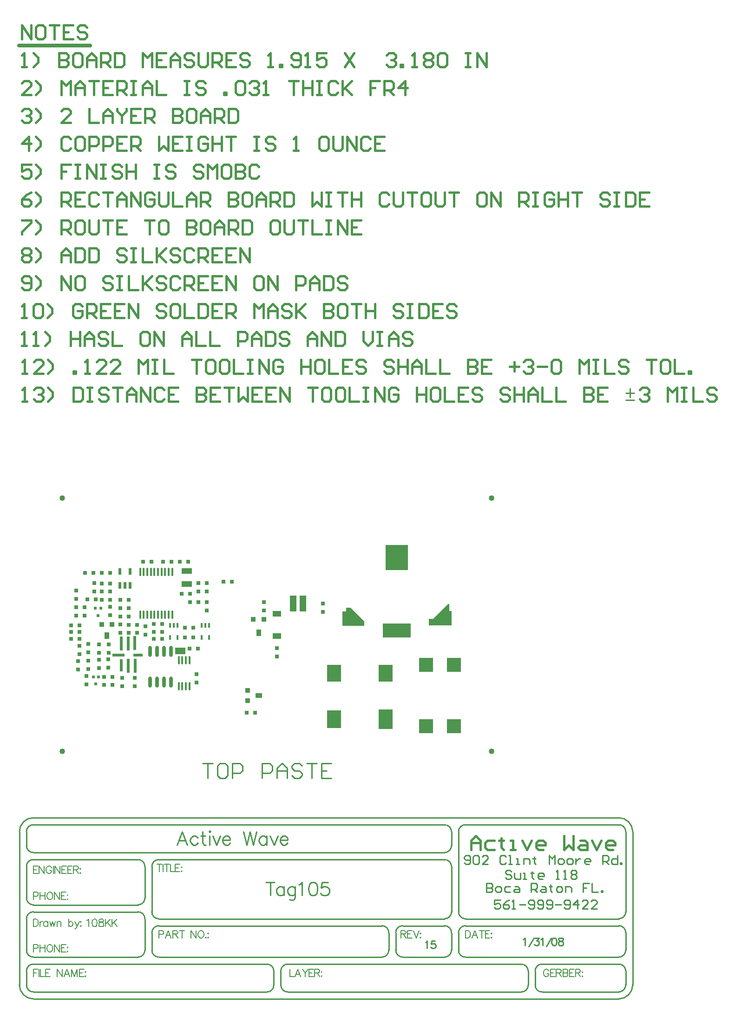
<source format=gtp>
%FSLAX24Y24*%
%MOIN*%
G70*
G01*
G75*
G04 Layer_Color=8421504*
%ADD10O,0.0240X0.0800*%
%ADD11R,0.0300X0.0300*%
%ADD12R,0.0360X0.0360*%
%ADD13R,0.0500X0.0360*%
%ADD14R,0.0360X0.0360*%
%ADD15R,0.0360X0.0500*%
%ADD16C,0.0400*%
%ADD17R,0.0200X0.0500*%
%ADD18R,0.0236X0.0236*%
%ADD19R,0.0300X0.0300*%
%ADD20R,0.0740X0.0450*%
%ADD21R,0.0748X0.0433*%
%ADD22O,0.0160X0.0600*%
%ADD23R,0.0236X0.1000*%
%ADD24R,0.0236X0.0900*%
%ADD25R,0.0700X0.0236*%
%ADD26R,0.0900X0.0236*%
%ADD27O,0.0160X0.0600*%
%ADD28R,0.0138X0.0354*%
%ADD29R,0.0250X0.0300*%
%ADD30R,0.0640X0.0440*%
%ADD31R,0.0492X0.1181*%
%ADD32R,0.1000X0.1000*%
%ADD33R,0.1000X0.1400*%
%ADD34R,0.1000X0.1300*%
%ADD35R,0.1000X0.1200*%
%ADD36R,0.0138X0.0354*%
%ADD37R,0.0100X0.0100*%
%ADD38R,0.2000X0.1000*%
%ADD39R,0.1600X0.1800*%
%ADD40C,0.0120*%
%ADD41C,0.0150*%
%ADD42C,0.0100*%
%ADD43C,0.0400*%
%ADD44C,0.0250*%
%ADD45C,0.0160*%
%ADD46C,0.0200*%
%ADD47C,0.0140*%
%ADD48C,0.0300*%
%ADD49C,0.0740*%
%ADD50C,0.0060*%
%ADD51C,0.0080*%
%ADD52C,0.0090*%
%ADD53C,0.0050*%
%ADD54R,0.0500X0.0500*%
%ADD55C,0.0700*%
%ADD56C,0.0620*%
%ADD57R,0.0620X0.0620*%
%ADD58C,0.1220*%
%ADD59C,0.1000*%
%ADD60C,0.1950*%
%ADD61C,0.0280*%
%ADD62R,0.0700X0.0700*%
G36*
X21665Y9321D02*
Y8981D01*
X20085D01*
X20095Y10021D01*
X20345D01*
Y10281D01*
X20685D01*
X21665Y9321D01*
D02*
G37*
G36*
X27765Y10061D02*
X27925Y10051D01*
X27915Y9031D01*
X26285D01*
Y9501D01*
X26605D01*
X27065Y9961D01*
X27665Y10571D01*
X27765D01*
Y10061D01*
D02*
G37*
D10*
X7780Y4950D02*
D03*
X6780Y7150D02*
D03*
X7780D02*
D03*
X7280D02*
D03*
X6280D02*
D03*
X7280Y4950D02*
D03*
X6780D02*
D03*
X6280D02*
D03*
D11*
X10360Y10710D02*
D03*
Y10110D02*
D03*
X14450Y10100D02*
D03*
X2610Y7660D02*
D03*
X5204Y5266D02*
D03*
X1710Y4810D02*
D03*
X9609Y4930D02*
D03*
X3310Y7660D02*
D03*
X10350Y12060D02*
D03*
X4160Y9080D02*
D03*
X3300Y6610D02*
D03*
X2610Y6550D02*
D03*
Y7060D02*
D03*
Y5950D02*
D03*
X1860Y7710D02*
D03*
X5204Y4666D02*
D03*
X4304D02*
D03*
X3300Y6010D02*
D03*
X1240Y6950D02*
D03*
X1110Y6469D02*
D03*
X1860Y7110D02*
D03*
X1110Y5869D02*
D03*
X1710Y5410D02*
D03*
X1240Y7550D02*
D03*
X4160Y8480D02*
D03*
X14450Y10700D02*
D03*
X10350Y11460D02*
D03*
X4304Y5266D02*
D03*
X3310Y7060D02*
D03*
X9609Y5530D02*
D03*
X2290Y11470D02*
D03*
Y12070D02*
D03*
X990Y10320D02*
D03*
Y9720D02*
D03*
X3420Y10350D02*
D03*
X1590Y9720D02*
D03*
X3420Y9750D02*
D03*
X1590Y10320D02*
D03*
X15400Y7400D02*
D03*
X1850Y6510D02*
D03*
Y5910D02*
D03*
X990Y11520D02*
D03*
Y10920D02*
D03*
X5960Y8960D02*
D03*
Y8360D02*
D03*
X4160Y10260D02*
D03*
X15400Y6800D02*
D03*
X4160Y9660D02*
D03*
X9760Y12060D02*
D03*
Y11460D02*
D03*
X4760Y9660D02*
D03*
X18700Y10600D02*
D03*
Y10000D02*
D03*
X4760Y10260D02*
D03*
D12*
X13290Y4370D02*
D03*
Y3620D02*
D03*
D13*
X14090Y3990D02*
D03*
D14*
X14450Y9450D02*
D03*
X13702D02*
D03*
X2810Y9080D02*
D03*
X3560D02*
D03*
D15*
X14076Y8505D02*
D03*
X3180Y8280D02*
D03*
D16*
X30800Y0D02*
D03*
X0Y18150D02*
D03*
X30800D02*
D03*
X0Y0D02*
D03*
D17*
X4110Y11910D02*
D03*
Y12910D02*
D03*
X4860D02*
D03*
X4480Y11910D02*
D03*
X4860D02*
D03*
D18*
X2407Y4818D02*
D03*
X2604Y5330D02*
D03*
X2210D02*
D03*
X2764Y10250D02*
D03*
X2567Y9738D02*
D03*
X2370Y10250D02*
D03*
D19*
X7810Y13610D02*
D03*
X3004Y4766D02*
D03*
X7210Y13610D02*
D03*
X3410Y12810D02*
D03*
X6400Y13600D02*
D03*
X3604Y4766D02*
D03*
X2990Y5340D02*
D03*
X3590D02*
D03*
X2820Y11450D02*
D03*
Y12030D02*
D03*
Y10850D02*
D03*
X2400Y10880D02*
D03*
X2810Y12810D02*
D03*
X1800Y10880D02*
D03*
X640Y8050D02*
D03*
Y8550D02*
D03*
Y9040D02*
D03*
X3420Y10850D02*
D03*
Y11450D02*
D03*
Y12030D02*
D03*
X1240Y9040D02*
D03*
Y8050D02*
D03*
Y8550D02*
D03*
X4160Y10860D02*
D03*
X4760D02*
D03*
X13840Y2770D02*
D03*
X13240D02*
D03*
X9110Y7360D02*
D03*
X9710D02*
D03*
X4760Y9060D02*
D03*
X5360D02*
D03*
Y8510D02*
D03*
X4760D02*
D03*
X7160Y8060D02*
D03*
X6560D02*
D03*
Y8560D02*
D03*
X7160D02*
D03*
X9160Y11310D02*
D03*
X8560D02*
D03*
X8410Y13610D02*
D03*
X9010D02*
D03*
X9760Y10710D02*
D03*
X9160D02*
D03*
X5800Y13600D02*
D03*
X2210Y12810D02*
D03*
X1610D02*
D03*
X9400Y8150D02*
D03*
X8800D02*
D03*
Y8850D02*
D03*
X9400D02*
D03*
X12150Y12150D02*
D03*
X11550D02*
D03*
D20*
X8460Y7180D02*
D03*
D21*
X8910Y11988D02*
D03*
Y12932D02*
D03*
D22*
X8342Y6540D02*
D03*
X8598Y4672D02*
D03*
X8854D02*
D03*
X8342D02*
D03*
X9110Y6540D02*
D03*
X8854D02*
D03*
X9110Y4672D02*
D03*
X8598Y6540D02*
D03*
D23*
X4710Y6119D02*
D03*
X5210D02*
D03*
X5200Y7750D02*
D03*
X4710Y7740D02*
D03*
X4210D02*
D03*
D24*
Y6169D02*
D03*
D25*
X5431Y6903D02*
D03*
D26*
X4011Y6903D02*
D03*
D27*
X7880Y9789D02*
D03*
X6345Y12860D02*
D03*
X7368D02*
D03*
X6600Y9789D02*
D03*
X6856D02*
D03*
X6345D02*
D03*
X7112Y12860D02*
D03*
X7368Y9789D02*
D03*
X7624D02*
D03*
X7880Y12860D02*
D03*
X5577D02*
D03*
X5833Y9789D02*
D03*
X6856Y12860D02*
D03*
X6600D02*
D03*
X7624D02*
D03*
X6089D02*
D03*
X5833D02*
D03*
X5577Y9789D02*
D03*
X7112D02*
D03*
X6089D02*
D03*
D28*
X7990Y9043D02*
D03*
X7734D02*
D03*
Y8177D02*
D03*
X8246D02*
D03*
Y9043D02*
D03*
X10004D02*
D03*
X10260D02*
D03*
X10004Y8177D02*
D03*
X10516D02*
D03*
D29*
X7150Y9130D02*
D03*
X6550D02*
D03*
D30*
X15401Y8270D02*
D03*
Y9870D02*
D03*
D31*
X16561Y10600D02*
D03*
X17250D02*
D03*
D32*
X28100Y6200D02*
D03*
Y1800D02*
D03*
X26100D02*
D03*
Y6200D02*
D03*
D33*
X23200Y2300D02*
D03*
D34*
X19500D02*
D03*
D35*
X19500Y5600D02*
D03*
X23200D02*
D03*
D36*
X10516Y9043D02*
D03*
D37*
X20785Y9626D02*
D03*
X27185D02*
D03*
D38*
X23985Y8651D02*
D03*
D39*
Y13890D02*
D03*
D41*
X29335Y-7069D02*
Y-6403D01*
X29668Y-6069D01*
X30002Y-6403D01*
Y-7069D01*
Y-6569D01*
X29335D01*
X31001Y-6403D02*
X30502D01*
X30335Y-6569D01*
Y-6902D01*
X30502Y-7069D01*
X31001D01*
X31501Y-6236D02*
Y-6403D01*
X31335D01*
X31668D01*
X31501D01*
Y-6902D01*
X31668Y-7069D01*
X32168D02*
X32501D01*
X32334D01*
Y-6403D01*
X32168D01*
X33001D02*
X33334Y-7069D01*
X33667Y-6403D01*
X34500Y-7069D02*
X34167D01*
X34000Y-6902D01*
Y-6569D01*
X34167Y-6403D01*
X34500D01*
X34667Y-6569D01*
Y-6736D01*
X34000D01*
X36000Y-6069D02*
Y-7069D01*
X36333Y-6736D01*
X36666Y-7069D01*
Y-6069D01*
X37166Y-6403D02*
X37499D01*
X37666Y-6569D01*
Y-7069D01*
X37166D01*
X36999Y-6902D01*
X37166Y-6736D01*
X37666D01*
X37999Y-6403D02*
X38332Y-7069D01*
X38666Y-6403D01*
X39499Y-7069D02*
X39165D01*
X38999Y-6902D01*
Y-6569D01*
X39165Y-6403D01*
X39499D01*
X39665Y-6569D01*
Y-6736D01*
X38999D01*
X-2884Y25105D02*
X-2551D01*
X-2717D01*
Y26105D01*
X-2884Y25938D01*
X-2051D02*
X-1884Y26105D01*
X-1551D01*
X-1385Y25938D01*
Y25771D01*
X-1551Y25605D01*
X-1718D01*
X-1551D01*
X-1385Y25438D01*
Y25272D01*
X-1551Y25105D01*
X-1884D01*
X-2051Y25272D01*
X-1051Y25105D02*
X-718Y25438D01*
Y25771D01*
X-1051Y26105D01*
X781D02*
Y25105D01*
X1281D01*
X1448Y25272D01*
Y25938D01*
X1281Y26105D01*
X781D01*
X1781D02*
X2114D01*
X1948D01*
Y25105D01*
X1781D01*
X2114D01*
X3281Y25938D02*
X3114Y26105D01*
X2781D01*
X2614Y25938D01*
Y25771D01*
X2781Y25605D01*
X3114D01*
X3281Y25438D01*
Y25272D01*
X3114Y25105D01*
X2781D01*
X2614Y25272D01*
X3614Y26105D02*
X4280D01*
X3947D01*
Y25105D01*
X4614D02*
Y25771D01*
X4947Y26105D01*
X5280Y25771D01*
Y25105D01*
Y25605D01*
X4614D01*
X5613Y25105D02*
Y26105D01*
X6280Y25105D01*
Y26105D01*
X7279Y25938D02*
X7113Y26105D01*
X6780D01*
X6613Y25938D01*
Y25272D01*
X6780Y25105D01*
X7113D01*
X7279Y25272D01*
X8279Y26105D02*
X7613D01*
Y25105D01*
X8279D01*
X7613Y25605D02*
X7946D01*
X9612Y26105D02*
Y25105D01*
X10112D01*
X10278Y25272D01*
Y25438D01*
X10112Y25605D01*
X9612D01*
X10112D01*
X10278Y25771D01*
Y25938D01*
X10112Y26105D01*
X9612D01*
X11278D02*
X10612D01*
Y25105D01*
X11278D01*
X10612Y25605D02*
X10945D01*
X11611Y26105D02*
X12278D01*
X11945D01*
Y25105D01*
X12611Y26105D02*
Y25105D01*
X12944Y25438D01*
X13277Y25105D01*
Y26105D01*
X14277D02*
X13611D01*
Y25105D01*
X14277D01*
X13611Y25605D02*
X13944D01*
X15277Y26105D02*
X14610D01*
Y25105D01*
X15277D01*
X14610Y25605D02*
X14944D01*
X15610Y25105D02*
Y26105D01*
X16276Y25105D01*
Y26105D01*
X17609D02*
X18276D01*
X17943D01*
Y25105D01*
X19109Y26105D02*
X18776D01*
X18609Y25938D01*
Y25272D01*
X18776Y25105D01*
X19109D01*
X19275Y25272D01*
Y25938D01*
X19109Y26105D01*
X20109D02*
X19775D01*
X19609Y25938D01*
Y25272D01*
X19775Y25105D01*
X20109D01*
X20275Y25272D01*
Y25938D01*
X20109Y26105D01*
X20608D02*
Y25105D01*
X21275D01*
X21608Y26105D02*
X21941D01*
X21775D01*
Y25105D01*
X21608D01*
X21941D01*
X22441D02*
Y26105D01*
X23108Y25105D01*
Y26105D01*
X24107Y25938D02*
X23941Y26105D01*
X23607D01*
X23441Y25938D01*
Y25272D01*
X23607Y25105D01*
X23941D01*
X24107Y25272D01*
Y25605D01*
X23774D01*
X25440Y26105D02*
Y25105D01*
Y25605D01*
X26107D01*
Y26105D01*
Y25105D01*
X26940Y26105D02*
X26606D01*
X26440Y25938D01*
Y25272D01*
X26606Y25105D01*
X26940D01*
X27106Y25272D01*
Y25938D01*
X26940Y26105D01*
X27439D02*
Y25105D01*
X28106D01*
X29106Y26105D02*
X28439D01*
Y25105D01*
X29106D01*
X28439Y25605D02*
X28772D01*
X30105Y25938D02*
X29939Y26105D01*
X29605D01*
X29439Y25938D01*
Y25771D01*
X29605Y25605D01*
X29939D01*
X30105Y25438D01*
Y25272D01*
X29939Y25105D01*
X29605D01*
X29439Y25272D01*
X32105Y25938D02*
X31938Y26105D01*
X31605D01*
X31438Y25938D01*
Y25771D01*
X31605Y25605D01*
X31938D01*
X32105Y25438D01*
Y25272D01*
X31938Y25105D01*
X31605D01*
X31438Y25272D01*
X32438Y26105D02*
Y25105D01*
Y25605D01*
X33104D01*
Y26105D01*
Y25105D01*
X33438D02*
Y25771D01*
X33771Y26105D01*
X34104Y25771D01*
Y25105D01*
Y25605D01*
X33438D01*
X34437Y26105D02*
Y25105D01*
X35104D01*
X35437Y26105D02*
Y25105D01*
X36103D01*
X37436Y26105D02*
Y25105D01*
X37936D01*
X38103Y25272D01*
Y25438D01*
X37936Y25605D01*
X37436D01*
X37936D01*
X38103Y25771D01*
Y25938D01*
X37936Y26105D01*
X37436D01*
X39102D02*
X38436D01*
Y25105D01*
X39102D01*
X38436Y25605D02*
X38769D01*
X41435Y25938D02*
X41602Y26105D01*
X41935D01*
X42101Y25938D01*
Y25771D01*
X41935Y25605D01*
X41768D01*
X41935D01*
X42101Y25438D01*
Y25272D01*
X41935Y25105D01*
X41602D01*
X41435Y25272D01*
X43434Y25105D02*
Y26105D01*
X43768Y25771D01*
X44101Y26105D01*
Y25105D01*
X44434Y26105D02*
X44767D01*
X44601D01*
Y25105D01*
X44434D01*
X44767D01*
X45267Y26105D02*
Y25105D01*
X45934D01*
X46933Y25938D02*
X46767Y26105D01*
X46433D01*
X46267Y25938D01*
Y25771D01*
X46433Y25605D01*
X46767D01*
X46933Y25438D01*
Y25272D01*
X46767Y25105D01*
X46433D01*
X46267Y25272D01*
X-2894Y29085D02*
X-2561D01*
X-2727D01*
Y30085D01*
X-2894Y29918D01*
X-2061Y29085D02*
X-1728D01*
X-1894D01*
Y30085D01*
X-2061Y29918D01*
X-1228Y29085D02*
X-895Y29418D01*
Y29751D01*
X-1228Y30085D01*
X605D02*
Y29085D01*
Y29585D01*
X1271D01*
Y30085D01*
Y29085D01*
X1605D02*
Y29751D01*
X1938Y30085D01*
X2271Y29751D01*
Y29085D01*
Y29585D01*
X1605D01*
X3271Y29918D02*
X3104Y30085D01*
X2771D01*
X2604Y29918D01*
Y29751D01*
X2771Y29585D01*
X3104D01*
X3271Y29418D01*
Y29252D01*
X3104Y29085D01*
X2771D01*
X2604Y29252D01*
X3604Y30085D02*
Y29085D01*
X4270D01*
X6103Y30085D02*
X5770D01*
X5603Y29918D01*
Y29252D01*
X5770Y29085D01*
X6103D01*
X6270Y29252D01*
Y29918D01*
X6103Y30085D01*
X6603Y29085D02*
Y30085D01*
X7269Y29085D01*
Y30085D01*
X8602Y29085D02*
Y29751D01*
X8935Y30085D01*
X9269Y29751D01*
Y29085D01*
Y29585D01*
X8602D01*
X9602Y30085D02*
Y29085D01*
X10268D01*
X10602Y30085D02*
Y29085D01*
X11268D01*
X12601D02*
Y30085D01*
X13101D01*
X13267Y29918D01*
Y29585D01*
X13101Y29418D01*
X12601D01*
X13601Y29085D02*
Y29751D01*
X13934Y30085D01*
X14267Y29751D01*
Y29085D01*
Y29585D01*
X13601D01*
X14600Y30085D02*
Y29085D01*
X15100D01*
X15267Y29252D01*
Y29918D01*
X15100Y30085D01*
X14600D01*
X16266Y29918D02*
X16100Y30085D01*
X15767D01*
X15600Y29918D01*
Y29751D01*
X15767Y29585D01*
X16100D01*
X16266Y29418D01*
Y29252D01*
X16100Y29085D01*
X15767D01*
X15600Y29252D01*
X17599Y29085D02*
Y29751D01*
X17933Y30085D01*
X18266Y29751D01*
Y29085D01*
Y29585D01*
X17599D01*
X18599Y29085D02*
Y30085D01*
X19265Y29085D01*
Y30085D01*
X19599D02*
Y29085D01*
X20099D01*
X20265Y29252D01*
Y29918D01*
X20099Y30085D01*
X19599D01*
X21598D02*
Y29418D01*
X21931Y29085D01*
X22264Y29418D01*
Y30085D01*
X22598D02*
X22931D01*
X22764D01*
Y29085D01*
X22598D01*
X22931D01*
X23431D02*
Y29751D01*
X23764Y30085D01*
X24097Y29751D01*
Y29085D01*
Y29585D01*
X23431D01*
X25097Y29918D02*
X24930Y30085D01*
X24597D01*
X24430Y29918D01*
Y29751D01*
X24597Y29585D01*
X24930D01*
X25097Y29418D01*
Y29252D01*
X24930Y29085D01*
X24597D01*
X24430Y29252D01*
X-2228Y47085D02*
X-2894D01*
X-2228Y47751D01*
Y47918D01*
X-2394Y48085D01*
X-2727D01*
X-2894Y47918D01*
X-1894Y47085D02*
X-1561Y47418D01*
Y47751D01*
X-1894Y48085D01*
X-62Y47085D02*
Y48085D01*
X272Y47751D01*
X605Y48085D01*
Y47085D01*
X938D02*
Y47751D01*
X1271Y48085D01*
X1605Y47751D01*
Y47085D01*
Y47585D01*
X938D01*
X1938Y48085D02*
X2604D01*
X2271D01*
Y47085D01*
X3604Y48085D02*
X2937D01*
Y47085D01*
X3604D01*
X2937Y47585D02*
X3271D01*
X3937Y47085D02*
Y48085D01*
X4437D01*
X4604Y47918D01*
Y47585D01*
X4437Y47418D01*
X3937D01*
X4270D02*
X4604Y47085D01*
X4937Y48085D02*
X5270D01*
X5103D01*
Y47085D01*
X4937D01*
X5270D01*
X5770D02*
Y47751D01*
X6103Y48085D01*
X6436Y47751D01*
Y47085D01*
Y47585D01*
X5770D01*
X6769Y48085D02*
Y47085D01*
X7436D01*
X8769Y48085D02*
X9102D01*
X8935D01*
Y47085D01*
X8769D01*
X9102D01*
X10268Y47918D02*
X10102Y48085D01*
X9769D01*
X9602Y47918D01*
Y47751D01*
X9769Y47585D01*
X10102D01*
X10268Y47418D01*
Y47252D01*
X10102Y47085D01*
X9769D01*
X9602Y47252D01*
X11601Y47085D02*
Y47252D01*
X11768D01*
Y47085D01*
X11601D01*
X12434Y47918D02*
X12601Y48085D01*
X12934D01*
X13101Y47918D01*
Y47252D01*
X12934Y47085D01*
X12601D01*
X12434Y47252D01*
Y47918D01*
X13434D02*
X13601Y48085D01*
X13934D01*
X14100Y47918D01*
Y47751D01*
X13934Y47585D01*
X13767D01*
X13934D01*
X14100Y47418D01*
Y47252D01*
X13934Y47085D01*
X13601D01*
X13434Y47252D01*
X14434Y47085D02*
X14767D01*
X14600D01*
Y48085D01*
X14434Y47918D01*
X16266Y48085D02*
X16933D01*
X16600D01*
Y47085D01*
X17266Y48085D02*
Y47085D01*
Y47585D01*
X17933D01*
Y48085D01*
Y47085D01*
X18266Y48085D02*
X18599D01*
X18432D01*
Y47085D01*
X18266D01*
X18599D01*
X19765Y47918D02*
X19599Y48085D01*
X19265D01*
X19099Y47918D01*
Y47252D01*
X19265Y47085D01*
X19599D01*
X19765Y47252D01*
X20099Y48085D02*
Y47085D01*
Y47418D01*
X20765Y48085D01*
X20265Y47585D01*
X20765Y47085D01*
X22764Y48085D02*
X22098D01*
Y47585D01*
X22431D01*
X22098D01*
Y47085D01*
X23098D02*
Y48085D01*
X23597D01*
X23764Y47918D01*
Y47585D01*
X23597Y47418D01*
X23098D01*
X23431D02*
X23764Y47085D01*
X24597D02*
Y48085D01*
X24097Y47585D01*
X24764D01*
X-2894Y33252D02*
X-2727Y33085D01*
X-2394D01*
X-2228Y33252D01*
Y33918D01*
X-2394Y34085D01*
X-2727D01*
X-2894Y33918D01*
Y33751D01*
X-2727Y33585D01*
X-2228D01*
X-1894Y33085D02*
X-1561Y33418D01*
Y33751D01*
X-1894Y34085D01*
X-62Y33085D02*
Y34085D01*
X605Y33085D01*
Y34085D01*
X1438D02*
X1105D01*
X938Y33918D01*
Y33252D01*
X1105Y33085D01*
X1438D01*
X1605Y33252D01*
Y33918D01*
X1438Y34085D01*
X3604Y33918D02*
X3437Y34085D01*
X3104D01*
X2937Y33918D01*
Y33751D01*
X3104Y33585D01*
X3437D01*
X3604Y33418D01*
Y33252D01*
X3437Y33085D01*
X3104D01*
X2937Y33252D01*
X3937Y34085D02*
X4270D01*
X4104D01*
Y33085D01*
X3937D01*
X4270D01*
X4770Y34085D02*
Y33085D01*
X5437D01*
X5770Y34085D02*
Y33085D01*
Y33418D01*
X6436Y34085D01*
X5936Y33585D01*
X6436Y33085D01*
X7436Y33918D02*
X7269Y34085D01*
X6936D01*
X6769Y33918D01*
Y33751D01*
X6936Y33585D01*
X7269D01*
X7436Y33418D01*
Y33252D01*
X7269Y33085D01*
X6936D01*
X6769Y33252D01*
X8436Y33918D02*
X8269Y34085D01*
X7936D01*
X7769Y33918D01*
Y33252D01*
X7936Y33085D01*
X8269D01*
X8436Y33252D01*
X8769Y33085D02*
Y34085D01*
X9269D01*
X9435Y33918D01*
Y33585D01*
X9269Y33418D01*
X8769D01*
X9102D02*
X9435Y33085D01*
X10435Y34085D02*
X9769D01*
Y33085D01*
X10435D01*
X9769Y33585D02*
X10102D01*
X11435Y34085D02*
X10768D01*
Y33085D01*
X11435D01*
X10768Y33585D02*
X11101D01*
X11768Y33085D02*
Y34085D01*
X12434Y33085D01*
Y34085D01*
X14267D02*
X13934D01*
X13767Y33918D01*
Y33252D01*
X13934Y33085D01*
X14267D01*
X14434Y33252D01*
Y33918D01*
X14267Y34085D01*
X14767Y33085D02*
Y34085D01*
X15433Y33085D01*
Y34085D01*
X16766Y33085D02*
Y34085D01*
X17266D01*
X17433Y33918D01*
Y33585D01*
X17266Y33418D01*
X16766D01*
X17766Y33085D02*
Y33751D01*
X18099Y34085D01*
X18432Y33751D01*
Y33085D01*
Y33585D01*
X17766D01*
X18766Y34085D02*
Y33085D01*
X19265D01*
X19432Y33252D01*
Y33918D01*
X19265Y34085D01*
X18766D01*
X20432Y33918D02*
X20265Y34085D01*
X19932D01*
X19765Y33918D01*
Y33751D01*
X19932Y33585D01*
X20265D01*
X20432Y33418D01*
Y33252D01*
X20265Y33085D01*
X19932D01*
X19765Y33252D01*
X-2894Y35918D02*
X-2727Y36085D01*
X-2394D01*
X-2228Y35918D01*
Y35751D01*
X-2394Y35585D01*
X-2228Y35418D01*
Y35252D01*
X-2394Y35085D01*
X-2727D01*
X-2894Y35252D01*
Y35418D01*
X-2727Y35585D01*
X-2894Y35751D01*
Y35918D01*
X-2727Y35585D02*
X-2394D01*
X-1894Y35085D02*
X-1561Y35418D01*
Y35751D01*
X-1894Y36085D01*
X-62Y35085D02*
Y35751D01*
X272Y36085D01*
X605Y35751D01*
Y35085D01*
Y35585D01*
X-62D01*
X938Y36085D02*
Y35085D01*
X1438D01*
X1605Y35252D01*
Y35918D01*
X1438Y36085D01*
X938D01*
X1938D02*
Y35085D01*
X2438D01*
X2604Y35252D01*
Y35918D01*
X2438Y36085D01*
X1938D01*
X4604Y35918D02*
X4437Y36085D01*
X4104D01*
X3937Y35918D01*
Y35751D01*
X4104Y35585D01*
X4437D01*
X4604Y35418D01*
Y35252D01*
X4437Y35085D01*
X4104D01*
X3937Y35252D01*
X4937Y36085D02*
X5270D01*
X5103D01*
Y35085D01*
X4937D01*
X5270D01*
X5770Y36085D02*
Y35085D01*
X6436D01*
X6769Y36085D02*
Y35085D01*
Y35418D01*
X7436Y36085D01*
X6936Y35585D01*
X7436Y35085D01*
X8436Y35918D02*
X8269Y36085D01*
X7936D01*
X7769Y35918D01*
Y35751D01*
X7936Y35585D01*
X8269D01*
X8436Y35418D01*
Y35252D01*
X8269Y35085D01*
X7936D01*
X7769Y35252D01*
X9435Y35918D02*
X9269Y36085D01*
X8935D01*
X8769Y35918D01*
Y35252D01*
X8935Y35085D01*
X9269D01*
X9435Y35252D01*
X9769Y35085D02*
Y36085D01*
X10268D01*
X10435Y35918D01*
Y35585D01*
X10268Y35418D01*
X9769D01*
X10102D02*
X10435Y35085D01*
X11435Y36085D02*
X10768D01*
Y35085D01*
X11435D01*
X10768Y35585D02*
X11101D01*
X12434Y36085D02*
X11768D01*
Y35085D01*
X12434D01*
X11768Y35585D02*
X12101D01*
X12768Y35085D02*
Y36085D01*
X13434Y35085D01*
Y36085D01*
X-2894Y38085D02*
X-2228D01*
Y37918D01*
X-2894Y37252D01*
Y37085D01*
X-1894D02*
X-1561Y37418D01*
Y37751D01*
X-1894Y38085D01*
X-62Y37085D02*
Y38085D01*
X438D01*
X605Y37918D01*
Y37585D01*
X438Y37418D01*
X-62D01*
X272D02*
X605Y37085D01*
X1438Y38085D02*
X1105D01*
X938Y37918D01*
Y37252D01*
X1105Y37085D01*
X1438D01*
X1605Y37252D01*
Y37918D01*
X1438Y38085D01*
X1938D02*
Y37252D01*
X2104Y37085D01*
X2438D01*
X2604Y37252D01*
Y38085D01*
X2937D02*
X3604D01*
X3271D01*
Y37085D01*
X4604Y38085D02*
X3937D01*
Y37085D01*
X4604D01*
X3937Y37585D02*
X4270D01*
X5936Y38085D02*
X6603D01*
X6270D01*
Y37085D01*
X7436Y38085D02*
X7103D01*
X6936Y37918D01*
Y37252D01*
X7103Y37085D01*
X7436D01*
X7603Y37252D01*
Y37918D01*
X7436Y38085D01*
X8935D02*
Y37085D01*
X9435D01*
X9602Y37252D01*
Y37418D01*
X9435Y37585D01*
X8935D01*
X9435D01*
X9602Y37751D01*
Y37918D01*
X9435Y38085D01*
X8935D01*
X10435D02*
X10102D01*
X9935Y37918D01*
Y37252D01*
X10102Y37085D01*
X10435D01*
X10602Y37252D01*
Y37918D01*
X10435Y38085D01*
X10935Y37085D02*
Y37751D01*
X11268Y38085D01*
X11601Y37751D01*
Y37085D01*
Y37585D01*
X10935D01*
X11934Y37085D02*
Y38085D01*
X12434D01*
X12601Y37918D01*
Y37585D01*
X12434Y37418D01*
X11934D01*
X12268D02*
X12601Y37085D01*
X12934Y38085D02*
Y37085D01*
X13434D01*
X13601Y37252D01*
Y37918D01*
X13434Y38085D01*
X12934D01*
X15433D02*
X15100D01*
X14934Y37918D01*
Y37252D01*
X15100Y37085D01*
X15433D01*
X15600Y37252D01*
Y37918D01*
X15433Y38085D01*
X15933D02*
Y37252D01*
X16100Y37085D01*
X16433D01*
X16600Y37252D01*
Y38085D01*
X16933D02*
X17599D01*
X17266D01*
Y37085D01*
X17933Y38085D02*
Y37085D01*
X18599D01*
X18932Y38085D02*
X19265D01*
X19099D01*
Y37085D01*
X18932D01*
X19265D01*
X19765D02*
Y38085D01*
X20432Y37085D01*
Y38085D01*
X21431D02*
X20765D01*
Y37085D01*
X21431D01*
X20765Y37585D02*
X21098D01*
X-2228Y40085D02*
X-2561Y39918D01*
X-2894Y39585D01*
Y39252D01*
X-2727Y39085D01*
X-2394D01*
X-2228Y39252D01*
Y39418D01*
X-2394Y39585D01*
X-2894D01*
X-1894Y39085D02*
X-1561Y39418D01*
Y39751D01*
X-1894Y40085D01*
X-62Y39085D02*
Y40085D01*
X438D01*
X605Y39918D01*
Y39585D01*
X438Y39418D01*
X-62D01*
X272D02*
X605Y39085D01*
X1605Y40085D02*
X938D01*
Y39085D01*
X1605D01*
X938Y39585D02*
X1271D01*
X2604Y39918D02*
X2438Y40085D01*
X2104D01*
X1938Y39918D01*
Y39252D01*
X2104Y39085D01*
X2438D01*
X2604Y39252D01*
X2937Y40085D02*
X3604D01*
X3271D01*
Y39085D01*
X3937D02*
Y39751D01*
X4270Y40085D01*
X4604Y39751D01*
Y39085D01*
Y39585D01*
X3937D01*
X4937Y39085D02*
Y40085D01*
X5603Y39085D01*
Y40085D01*
X6603Y39918D02*
X6436Y40085D01*
X6103D01*
X5936Y39918D01*
Y39252D01*
X6103Y39085D01*
X6436D01*
X6603Y39252D01*
Y39585D01*
X6270D01*
X6936Y40085D02*
Y39252D01*
X7103Y39085D01*
X7436D01*
X7603Y39252D01*
Y40085D01*
X7936D02*
Y39085D01*
X8602D01*
X8935D02*
Y39751D01*
X9269Y40085D01*
X9602Y39751D01*
Y39085D01*
Y39585D01*
X8935D01*
X9935Y39085D02*
Y40085D01*
X10435D01*
X10602Y39918D01*
Y39585D01*
X10435Y39418D01*
X9935D01*
X10268D02*
X10602Y39085D01*
X11934Y40085D02*
Y39085D01*
X12434D01*
X12601Y39252D01*
Y39418D01*
X12434Y39585D01*
X11934D01*
X12434D01*
X12601Y39751D01*
Y39918D01*
X12434Y40085D01*
X11934D01*
X13434D02*
X13101D01*
X12934Y39918D01*
Y39252D01*
X13101Y39085D01*
X13434D01*
X13601Y39252D01*
Y39918D01*
X13434Y40085D01*
X13934Y39085D02*
Y39751D01*
X14267Y40085D01*
X14600Y39751D01*
Y39085D01*
Y39585D01*
X13934D01*
X14934Y39085D02*
Y40085D01*
X15433D01*
X15600Y39918D01*
Y39585D01*
X15433Y39418D01*
X14934D01*
X15267D02*
X15600Y39085D01*
X15933Y40085D02*
Y39085D01*
X16433D01*
X16600Y39252D01*
Y39918D01*
X16433Y40085D01*
X15933D01*
X17933D02*
Y39085D01*
X18266Y39418D01*
X18599Y39085D01*
Y40085D01*
X18932D02*
X19265D01*
X19099D01*
Y39085D01*
X18932D01*
X19265D01*
X19765Y40085D02*
X20432D01*
X20099D01*
Y39085D01*
X20765Y40085D02*
Y39085D01*
Y39585D01*
X21431D01*
Y40085D01*
Y39085D01*
X23431Y39918D02*
X23264Y40085D01*
X22931D01*
X22764Y39918D01*
Y39252D01*
X22931Y39085D01*
X23264D01*
X23431Y39252D01*
X23764Y40085D02*
Y39252D01*
X23931Y39085D01*
X24264D01*
X24430Y39252D01*
Y40085D01*
X24764D02*
X25430D01*
X25097D01*
Y39085D01*
X26263Y40085D02*
X25930D01*
X25763Y39918D01*
Y39252D01*
X25930Y39085D01*
X26263D01*
X26430Y39252D01*
Y39918D01*
X26263Y40085D01*
X26763D02*
Y39252D01*
X26930Y39085D01*
X27263D01*
X27429Y39252D01*
Y40085D01*
X27763D02*
X28429D01*
X28096D01*
Y39085D01*
X30262Y40085D02*
X29929D01*
X29762Y39918D01*
Y39252D01*
X29929Y39085D01*
X30262D01*
X30429Y39252D01*
Y39918D01*
X30262Y40085D01*
X30762Y39085D02*
Y40085D01*
X31428Y39085D01*
Y40085D01*
X32761Y39085D02*
Y40085D01*
X33261D01*
X33428Y39918D01*
Y39585D01*
X33261Y39418D01*
X32761D01*
X33094D02*
X33428Y39085D01*
X33761Y40085D02*
X34094D01*
X33927D01*
Y39085D01*
X33761D01*
X34094D01*
X35260Y39918D02*
X35094Y40085D01*
X34760D01*
X34594Y39918D01*
Y39252D01*
X34760Y39085D01*
X35094D01*
X35260Y39252D01*
Y39585D01*
X34927D01*
X35594Y40085D02*
Y39085D01*
Y39585D01*
X36260D01*
Y40085D01*
Y39085D01*
X36593Y40085D02*
X37260D01*
X36926D01*
Y39085D01*
X39259Y39918D02*
X39092Y40085D01*
X38759D01*
X38593Y39918D01*
Y39751D01*
X38759Y39585D01*
X39092D01*
X39259Y39418D01*
Y39252D01*
X39092Y39085D01*
X38759D01*
X38593Y39252D01*
X39592Y40085D02*
X39925D01*
X39759D01*
Y39085D01*
X39592D01*
X39925D01*
X40425Y40085D02*
Y39085D01*
X40925D01*
X41092Y39252D01*
Y39918D01*
X40925Y40085D01*
X40425D01*
X42091D02*
X41425D01*
Y39085D01*
X42091D01*
X41425Y39585D02*
X41758D01*
X-2228Y42085D02*
X-2894D01*
Y41585D01*
X-2561Y41751D01*
X-2394D01*
X-2228Y41585D01*
Y41252D01*
X-2394Y41085D01*
X-2727D01*
X-2894Y41252D01*
X-1894Y41085D02*
X-1561Y41418D01*
Y41751D01*
X-1894Y42085D01*
X605D02*
X-62D01*
Y41585D01*
X272D01*
X-62D01*
Y41085D01*
X938Y42085D02*
X1271D01*
X1105D01*
Y41085D01*
X938D01*
X1271D01*
X1771D02*
Y42085D01*
X2438Y41085D01*
Y42085D01*
X2771D02*
X3104D01*
X2937D01*
Y41085D01*
X2771D01*
X3104D01*
X4270Y41918D02*
X4104Y42085D01*
X3770D01*
X3604Y41918D01*
Y41751D01*
X3770Y41585D01*
X4104D01*
X4270Y41418D01*
Y41252D01*
X4104Y41085D01*
X3770D01*
X3604Y41252D01*
X4604Y42085D02*
Y41085D01*
Y41585D01*
X5270D01*
Y42085D01*
Y41085D01*
X6603Y42085D02*
X6936D01*
X6769D01*
Y41085D01*
X6603D01*
X6936D01*
X8102Y41918D02*
X7936Y42085D01*
X7603D01*
X7436Y41918D01*
Y41751D01*
X7603Y41585D01*
X7936D01*
X8102Y41418D01*
Y41252D01*
X7936Y41085D01*
X7603D01*
X7436Y41252D01*
X10102Y41918D02*
X9935Y42085D01*
X9602D01*
X9435Y41918D01*
Y41751D01*
X9602Y41585D01*
X9935D01*
X10102Y41418D01*
Y41252D01*
X9935Y41085D01*
X9602D01*
X9435Y41252D01*
X10435Y41085D02*
Y42085D01*
X10768Y41751D01*
X11101Y42085D01*
Y41085D01*
X11934Y42085D02*
X11601D01*
X11435Y41918D01*
Y41252D01*
X11601Y41085D01*
X11934D01*
X12101Y41252D01*
Y41918D01*
X11934Y42085D01*
X12434D02*
Y41085D01*
X12934D01*
X13101Y41252D01*
Y41418D01*
X12934Y41585D01*
X12434D01*
X12934D01*
X13101Y41751D01*
Y41918D01*
X12934Y42085D01*
X12434D01*
X14100Y41918D02*
X13934Y42085D01*
X13601D01*
X13434Y41918D01*
Y41252D01*
X13601Y41085D01*
X13934D01*
X14100Y41252D01*
X-2394Y43085D02*
Y44085D01*
X-2894Y43585D01*
X-2228D01*
X-1894Y43085D02*
X-1561Y43418D01*
Y43751D01*
X-1894Y44085D01*
X605Y43918D02*
X438Y44085D01*
X105D01*
X-62Y43918D01*
Y43252D01*
X105Y43085D01*
X438D01*
X605Y43252D01*
X1438Y44085D02*
X1105D01*
X938Y43918D01*
Y43252D01*
X1105Y43085D01*
X1438D01*
X1605Y43252D01*
Y43918D01*
X1438Y44085D01*
X1938Y43085D02*
Y44085D01*
X2438D01*
X2604Y43918D01*
Y43585D01*
X2438Y43418D01*
X1938D01*
X2937Y43085D02*
Y44085D01*
X3437D01*
X3604Y43918D01*
Y43585D01*
X3437Y43418D01*
X2937D01*
X4604Y44085D02*
X3937D01*
Y43085D01*
X4604D01*
X3937Y43585D02*
X4270D01*
X4937Y43085D02*
Y44085D01*
X5437D01*
X5603Y43918D01*
Y43585D01*
X5437Y43418D01*
X4937D01*
X5270D02*
X5603Y43085D01*
X6936Y44085D02*
Y43085D01*
X7269Y43418D01*
X7603Y43085D01*
Y44085D01*
X8602D02*
X7936D01*
Y43085D01*
X8602D01*
X7936Y43585D02*
X8269D01*
X8935Y44085D02*
X9269D01*
X9102D01*
Y43085D01*
X8935D01*
X9269D01*
X10435Y43918D02*
X10268Y44085D01*
X9935D01*
X9769Y43918D01*
Y43252D01*
X9935Y43085D01*
X10268D01*
X10435Y43252D01*
Y43585D01*
X10102D01*
X10768Y44085D02*
Y43085D01*
Y43585D01*
X11435D01*
Y44085D01*
Y43085D01*
X11768Y44085D02*
X12434D01*
X12101D01*
Y43085D01*
X13767Y44085D02*
X14100D01*
X13934D01*
Y43085D01*
X13767D01*
X14100D01*
X15267Y43918D02*
X15100Y44085D01*
X14767D01*
X14600Y43918D01*
Y43751D01*
X14767Y43585D01*
X15100D01*
X15267Y43418D01*
Y43252D01*
X15100Y43085D01*
X14767D01*
X14600Y43252D01*
X16600Y43085D02*
X16933D01*
X16766D01*
Y44085D01*
X16600Y43918D01*
X18932Y44085D02*
X18599D01*
X18432Y43918D01*
Y43252D01*
X18599Y43085D01*
X18932D01*
X19099Y43252D01*
Y43918D01*
X18932Y44085D01*
X19432D02*
Y43252D01*
X19599Y43085D01*
X19932D01*
X20099Y43252D01*
Y44085D01*
X20432Y43085D02*
Y44085D01*
X21098Y43085D01*
Y44085D01*
X22098Y43918D02*
X21931Y44085D01*
X21598D01*
X21431Y43918D01*
Y43252D01*
X21598Y43085D01*
X21931D01*
X22098Y43252D01*
X23098Y44085D02*
X22431D01*
Y43085D01*
X23098D01*
X22431Y43585D02*
X22764D01*
X-2894Y45918D02*
X-2727Y46085D01*
X-2394D01*
X-2228Y45918D01*
Y45751D01*
X-2394Y45585D01*
X-2561D01*
X-2394D01*
X-2228Y45418D01*
Y45252D01*
X-2394Y45085D01*
X-2727D01*
X-2894Y45252D01*
X-1894Y45085D02*
X-1561Y45418D01*
Y45751D01*
X-1894Y46085D01*
X605Y45085D02*
X-62D01*
X605Y45751D01*
Y45918D01*
X438Y46085D01*
X105D01*
X-62Y45918D01*
X1938Y46085D02*
Y45085D01*
X2604D01*
X2937D02*
Y45751D01*
X3271Y46085D01*
X3604Y45751D01*
Y45085D01*
Y45585D01*
X2937D01*
X3937Y46085D02*
Y45918D01*
X4270Y45585D01*
X4604Y45918D01*
Y46085D01*
X4270Y45585D02*
Y45085D01*
X5603Y46085D02*
X4937D01*
Y45085D01*
X5603D01*
X4937Y45585D02*
X5270D01*
X5936Y45085D02*
Y46085D01*
X6436D01*
X6603Y45918D01*
Y45585D01*
X6436Y45418D01*
X5936D01*
X6270D02*
X6603Y45085D01*
X7936Y46085D02*
Y45085D01*
X8436D01*
X8602Y45252D01*
Y45418D01*
X8436Y45585D01*
X7936D01*
X8436D01*
X8602Y45751D01*
Y45918D01*
X8436Y46085D01*
X7936D01*
X9435D02*
X9102D01*
X8935Y45918D01*
Y45252D01*
X9102Y45085D01*
X9435D01*
X9602Y45252D01*
Y45918D01*
X9435Y46085D01*
X9935Y45085D02*
Y45751D01*
X10268Y46085D01*
X10602Y45751D01*
Y45085D01*
Y45585D01*
X9935D01*
X10935Y45085D02*
Y46085D01*
X11435D01*
X11601Y45918D01*
Y45585D01*
X11435Y45418D01*
X10935D01*
X11268D02*
X11601Y45085D01*
X11935Y46085D02*
Y45085D01*
X12434D01*
X12601Y45252D01*
Y45918D01*
X12434Y46085D01*
X11935D01*
X-2894Y31085D02*
X-2561D01*
X-2727D01*
Y32085D01*
X-2894Y31918D01*
X-2061D02*
X-1894Y32085D01*
X-1561D01*
X-1395Y31918D01*
Y31252D01*
X-1561Y31085D01*
X-1894D01*
X-2061Y31252D01*
Y31918D01*
X-1061Y31085D02*
X-728Y31418D01*
Y31751D01*
X-1061Y32085D01*
X1438Y31918D02*
X1271Y32085D01*
X938D01*
X771Y31918D01*
Y31252D01*
X938Y31085D01*
X1271D01*
X1438Y31252D01*
Y31585D01*
X1105D01*
X1771Y31085D02*
Y32085D01*
X2271D01*
X2438Y31918D01*
Y31585D01*
X2271Y31418D01*
X1771D01*
X2104D02*
X2438Y31085D01*
X3437Y32085D02*
X2771D01*
Y31085D01*
X3437D01*
X2771Y31585D02*
X3104D01*
X4437Y32085D02*
X3770D01*
Y31085D01*
X4437D01*
X3770Y31585D02*
X4104D01*
X4770Y31085D02*
Y32085D01*
X5437Y31085D01*
Y32085D01*
X7436Y31918D02*
X7269Y32085D01*
X6936D01*
X6769Y31918D01*
Y31751D01*
X6936Y31585D01*
X7269D01*
X7436Y31418D01*
Y31252D01*
X7269Y31085D01*
X6936D01*
X6769Y31252D01*
X8269Y32085D02*
X7936D01*
X7769Y31918D01*
Y31252D01*
X7936Y31085D01*
X8269D01*
X8436Y31252D01*
Y31918D01*
X8269Y32085D01*
X8769D02*
Y31085D01*
X9435D01*
X9769Y32085D02*
Y31085D01*
X10268D01*
X10435Y31252D01*
Y31918D01*
X10268Y32085D01*
X9769D01*
X11435D02*
X10768D01*
Y31085D01*
X11435D01*
X10768Y31585D02*
X11101D01*
X11768Y31085D02*
Y32085D01*
X12268D01*
X12434Y31918D01*
Y31585D01*
X12268Y31418D01*
X11768D01*
X12101D02*
X12434Y31085D01*
X13767D02*
Y32085D01*
X14100Y31751D01*
X14434Y32085D01*
Y31085D01*
X14767D02*
Y31751D01*
X15100Y32085D01*
X15433Y31751D01*
Y31085D01*
Y31585D01*
X14767D01*
X16433Y31918D02*
X16266Y32085D01*
X15933D01*
X15767Y31918D01*
Y31751D01*
X15933Y31585D01*
X16266D01*
X16433Y31418D01*
Y31252D01*
X16266Y31085D01*
X15933D01*
X15767Y31252D01*
X16766Y32085D02*
Y31085D01*
Y31418D01*
X17433Y32085D01*
X16933Y31585D01*
X17433Y31085D01*
X18766Y32085D02*
Y31085D01*
X19265D01*
X19432Y31252D01*
Y31418D01*
X19265Y31585D01*
X18766D01*
X19265D01*
X19432Y31751D01*
Y31918D01*
X19265Y32085D01*
X18766D01*
X20265D02*
X19932D01*
X19765Y31918D01*
Y31252D01*
X19932Y31085D01*
X20265D01*
X20432Y31252D01*
Y31918D01*
X20265Y32085D01*
X20765D02*
X21431D01*
X21098D01*
Y31085D01*
X21765Y32085D02*
Y31085D01*
Y31585D01*
X22431D01*
Y32085D01*
Y31085D01*
X24430Y31918D02*
X24264Y32085D01*
X23931D01*
X23764Y31918D01*
Y31751D01*
X23931Y31585D01*
X24264D01*
X24430Y31418D01*
Y31252D01*
X24264Y31085D01*
X23931D01*
X23764Y31252D01*
X24764Y32085D02*
X25097D01*
X24930D01*
Y31085D01*
X24764D01*
X25097D01*
X25597Y32085D02*
Y31085D01*
X26097D01*
X26263Y31252D01*
Y31918D01*
X26097Y32085D01*
X25597D01*
X27263D02*
X26596D01*
Y31085D01*
X27263D01*
X26596Y31585D02*
X26930D01*
X28263Y31918D02*
X28096Y32085D01*
X27763D01*
X27596Y31918D01*
Y31751D01*
X27763Y31585D01*
X28096D01*
X28263Y31418D01*
Y31252D01*
X28096Y31085D01*
X27763D01*
X27596Y31252D01*
X-2894Y51085D02*
Y52085D01*
X-2228Y51085D01*
Y52085D01*
X-1395D02*
X-1728D01*
X-1894Y51918D01*
Y51252D01*
X-1728Y51085D01*
X-1395D01*
X-1228Y51252D01*
Y51918D01*
X-1395Y52085D01*
X-895D02*
X-228D01*
X-561D01*
Y51085D01*
X771Y52085D02*
X105D01*
Y51085D01*
X771D01*
X105Y51585D02*
X438D01*
X1771Y51918D02*
X1605Y52085D01*
X1271D01*
X1105Y51918D01*
Y51751D01*
X1271Y51585D01*
X1605D01*
X1771Y51418D01*
Y51252D01*
X1605Y51085D01*
X1271D01*
X1105Y51252D01*
X-2894Y49085D02*
X-2561D01*
X-2727D01*
Y50085D01*
X-2894Y49918D01*
X-2061Y49085D02*
X-1728Y49418D01*
Y49751D01*
X-2061Y50085D01*
X-228D02*
Y49085D01*
X272D01*
X438Y49252D01*
Y49418D01*
X272Y49585D01*
X-228D01*
X272D01*
X438Y49751D01*
Y49918D01*
X272Y50085D01*
X-228D01*
X1271D02*
X938D01*
X771Y49918D01*
Y49252D01*
X938Y49085D01*
X1271D01*
X1438Y49252D01*
Y49918D01*
X1271Y50085D01*
X1771Y49085D02*
Y49751D01*
X2104Y50085D01*
X2438Y49751D01*
Y49085D01*
Y49585D01*
X1771D01*
X2771Y49085D02*
Y50085D01*
X3271D01*
X3437Y49918D01*
Y49585D01*
X3271Y49418D01*
X2771D01*
X3104D02*
X3437Y49085D01*
X3770Y50085D02*
Y49085D01*
X4270D01*
X4437Y49252D01*
Y49918D01*
X4270Y50085D01*
X3770D01*
X5770Y49085D02*
Y50085D01*
X6103Y49751D01*
X6436Y50085D01*
Y49085D01*
X7436Y50085D02*
X6769D01*
Y49085D01*
X7436D01*
X6769Y49585D02*
X7103D01*
X7769Y49085D02*
Y49751D01*
X8102Y50085D01*
X8436Y49751D01*
Y49085D01*
Y49585D01*
X7769D01*
X9435Y49918D02*
X9269Y50085D01*
X8935D01*
X8769Y49918D01*
Y49751D01*
X8935Y49585D01*
X9269D01*
X9435Y49418D01*
Y49252D01*
X9269Y49085D01*
X8935D01*
X8769Y49252D01*
X9769Y50085D02*
Y49252D01*
X9935Y49085D01*
X10268D01*
X10435Y49252D01*
Y50085D01*
X10768Y49085D02*
Y50085D01*
X11268D01*
X11435Y49918D01*
Y49585D01*
X11268Y49418D01*
X10768D01*
X11101D02*
X11435Y49085D01*
X12434Y50085D02*
X11768D01*
Y49085D01*
X12434D01*
X11768Y49585D02*
X12101D01*
X13434Y49918D02*
X13267Y50085D01*
X12934D01*
X12768Y49918D01*
Y49751D01*
X12934Y49585D01*
X13267D01*
X13434Y49418D01*
Y49252D01*
X13267Y49085D01*
X12934D01*
X12768Y49252D01*
X14767Y49085D02*
X15100D01*
X14934D01*
Y50085D01*
X14767Y49918D01*
X15600Y49085D02*
Y49252D01*
X15767D01*
Y49085D01*
X15600D01*
X16433Y49252D02*
X16600Y49085D01*
X16933D01*
X17099Y49252D01*
Y49918D01*
X16933Y50085D01*
X16600D01*
X16433Y49918D01*
Y49751D01*
X16600Y49585D01*
X17099D01*
X17433Y49085D02*
X17766D01*
X17599D01*
Y50085D01*
X17433Y49918D01*
X18932Y50085D02*
X18266D01*
Y49585D01*
X18599Y49751D01*
X18766D01*
X18932Y49585D01*
Y49252D01*
X18766Y49085D01*
X18432D01*
X18266Y49252D01*
X20265Y50085D02*
X20932Y49085D01*
Y50085D02*
X20265Y49085D01*
X23264Y49918D02*
X23431Y50085D01*
X23764D01*
X23931Y49918D01*
Y49751D01*
X23764Y49585D01*
X23597D01*
X23764D01*
X23931Y49418D01*
Y49252D01*
X23764Y49085D01*
X23431D01*
X23264Y49252D01*
X24264Y49085D02*
Y49252D01*
X24430D01*
Y49085D01*
X24264D01*
X25097D02*
X25430D01*
X25264D01*
Y50085D01*
X25097Y49918D01*
X25930D02*
X26097Y50085D01*
X26430D01*
X26596Y49918D01*
Y49751D01*
X26430Y49585D01*
X26596Y49418D01*
Y49252D01*
X26430Y49085D01*
X26097D01*
X25930Y49252D01*
Y49418D01*
X26097Y49585D01*
X25930Y49751D01*
Y49918D01*
X26097Y49585D02*
X26430D01*
X26930Y49918D02*
X27096Y50085D01*
X27429D01*
X27596Y49918D01*
Y49252D01*
X27429Y49085D01*
X27096D01*
X26930Y49252D01*
Y49918D01*
X28929Y50085D02*
X29262D01*
X29096D01*
Y49085D01*
X28929D01*
X29262D01*
X29762D02*
Y50085D01*
X30429Y49085D01*
Y50085D01*
X-2884Y27095D02*
X-2551D01*
X-2717D01*
Y28095D01*
X-2884Y27928D01*
X-1385Y27095D02*
X-2051D01*
X-1385Y27761D01*
Y27928D01*
X-1551Y28095D01*
X-1884D01*
X-2051Y27928D01*
X-1051Y27095D02*
X-718Y27428D01*
Y27761D01*
X-1051Y28095D01*
X781Y27095D02*
Y27262D01*
X948D01*
Y27095D01*
X781D01*
X1615D02*
X1948D01*
X1781D01*
Y28095D01*
X1615Y27928D01*
X3114Y27095D02*
X2448D01*
X3114Y27761D01*
Y27928D01*
X2947Y28095D01*
X2614D01*
X2448Y27928D01*
X4114Y27095D02*
X3447D01*
X4114Y27761D01*
Y27928D01*
X3947Y28095D01*
X3614D01*
X3447Y27928D01*
X5447Y27095D02*
Y28095D01*
X5780Y27761D01*
X6113Y28095D01*
Y27095D01*
X6446Y28095D02*
X6780D01*
X6613D01*
Y27095D01*
X6446D01*
X6780D01*
X7279Y28095D02*
Y27095D01*
X7946D01*
X9279Y28095D02*
X9945D01*
X9612D01*
Y27095D01*
X10778Y28095D02*
X10445D01*
X10278Y27928D01*
Y27262D01*
X10445Y27095D01*
X10778D01*
X10945Y27262D01*
Y27928D01*
X10778Y28095D01*
X11778D02*
X11445D01*
X11278Y27928D01*
Y27262D01*
X11445Y27095D01*
X11778D01*
X11945Y27262D01*
Y27928D01*
X11778Y28095D01*
X12278D02*
Y27095D01*
X12944D01*
X13277Y28095D02*
X13611D01*
X13444D01*
Y27095D01*
X13277D01*
X13611D01*
X14110D02*
Y28095D01*
X14777Y27095D01*
Y28095D01*
X15777Y27928D02*
X15610Y28095D01*
X15277D01*
X15110Y27928D01*
Y27262D01*
X15277Y27095D01*
X15610D01*
X15777Y27262D01*
Y27595D01*
X15443D01*
X17110Y28095D02*
Y27095D01*
Y27595D01*
X17776D01*
Y28095D01*
Y27095D01*
X18609Y28095D02*
X18276D01*
X18109Y27928D01*
Y27262D01*
X18276Y27095D01*
X18609D01*
X18776Y27262D01*
Y27928D01*
X18609Y28095D01*
X19109D02*
Y27095D01*
X19775D01*
X20775Y28095D02*
X20109D01*
Y27095D01*
X20775D01*
X20109Y27595D02*
X20442D01*
X21775Y27928D02*
X21608Y28095D01*
X21275D01*
X21108Y27928D01*
Y27761D01*
X21275Y27595D01*
X21608D01*
X21775Y27428D01*
Y27262D01*
X21608Y27095D01*
X21275D01*
X21108Y27262D01*
X23774Y27928D02*
X23607Y28095D01*
X23274D01*
X23108Y27928D01*
Y27761D01*
X23274Y27595D01*
X23607D01*
X23774Y27428D01*
Y27262D01*
X23607Y27095D01*
X23274D01*
X23108Y27262D01*
X24107Y28095D02*
Y27095D01*
Y27595D01*
X24774D01*
Y28095D01*
Y27095D01*
X25107D02*
Y27761D01*
X25440Y28095D01*
X25773Y27761D01*
Y27095D01*
Y27595D01*
X25107D01*
X26107Y28095D02*
Y27095D01*
X26773D01*
X27106Y28095D02*
Y27095D01*
X27773D01*
X29106Y28095D02*
Y27095D01*
X29605D01*
X29772Y27262D01*
Y27428D01*
X29605Y27595D01*
X29106D01*
X29605D01*
X29772Y27761D01*
Y27928D01*
X29605Y28095D01*
X29106D01*
X30772D02*
X30105D01*
Y27095D01*
X30772D01*
X30105Y27595D02*
X30439D01*
X32105D02*
X32771D01*
X32438Y27928D02*
Y27262D01*
X33104Y27928D02*
X33271Y28095D01*
X33604D01*
X33771Y27928D01*
Y27761D01*
X33604Y27595D01*
X33438D01*
X33604D01*
X33771Y27428D01*
Y27262D01*
X33604Y27095D01*
X33271D01*
X33104Y27262D01*
X34104Y27595D02*
X34770D01*
X35104Y27928D02*
X35270Y28095D01*
X35604D01*
X35770Y27928D01*
Y27262D01*
X35604Y27095D01*
X35270D01*
X35104Y27262D01*
Y27928D01*
X37103Y27095D02*
Y28095D01*
X37436Y27761D01*
X37769Y28095D01*
Y27095D01*
X38103Y28095D02*
X38436D01*
X38269D01*
Y27095D01*
X38103D01*
X38436D01*
X38936Y28095D02*
Y27095D01*
X39602D01*
X40602Y27928D02*
X40435Y28095D01*
X40102D01*
X39935Y27928D01*
Y27761D01*
X40102Y27595D01*
X40435D01*
X40602Y27428D01*
Y27262D01*
X40435Y27095D01*
X40102D01*
X39935Y27262D01*
X41935Y28095D02*
X42601D01*
X42268D01*
Y27095D01*
X43434Y28095D02*
X43101D01*
X42934Y27928D01*
Y27262D01*
X43101Y27095D01*
X43434D01*
X43601Y27262D01*
Y27928D01*
X43434Y28095D01*
X43934D02*
Y27095D01*
X44601D01*
X44934D02*
Y27262D01*
X45100D01*
Y27095D01*
X44934D01*
D42*
X10067Y-857D02*
X10778D01*
X10422D01*
Y-1923D01*
X11666Y-857D02*
X11311D01*
X11133Y-1034D01*
Y-1745D01*
X11311Y-1923D01*
X11666D01*
X11844Y-1745D01*
Y-1034D01*
X11666Y-857D01*
X12200Y-1923D02*
Y-857D01*
X12733D01*
X12910Y-1034D01*
Y-1390D01*
X12733Y-1568D01*
X12200D01*
X14332Y-1923D02*
Y-857D01*
X14865D01*
X15043Y-1034D01*
Y-1390D01*
X14865Y-1568D01*
X14332D01*
X15399Y-1923D02*
Y-1212D01*
X15754Y-857D01*
X16109Y-1212D01*
Y-1923D01*
Y-1390D01*
X15399D01*
X17176Y-1034D02*
X16998Y-857D01*
X16643D01*
X16465Y-1034D01*
Y-1212D01*
X16643Y-1390D01*
X16998D01*
X17176Y-1568D01*
Y-1745D01*
X16998Y-1923D01*
X16643D01*
X16465Y-1745D01*
X17531Y-857D02*
X18242D01*
X17887D01*
Y-1923D01*
X19308Y-857D02*
X18597D01*
Y-1923D01*
X19308D01*
X18597Y-1390D02*
X18953D01*
X15169Y-15772D02*
G03*
X14669Y-15272I-500J0D01*
G01*
X14681Y-17272D02*
G03*
X15169Y-16775I8J480D01*
G01*
X16169Y-15272D02*
G03*
X15669Y-15772I0J-500D01*
G01*
Y-16772D02*
G03*
X16160Y-17272I500J0D01*
G01*
X33419Y-15772D02*
G03*
X32919Y-15272I-500J0D01*
G01*
X32931Y-17272D02*
G03*
X33419Y-16775I8J480D01*
G01*
X33919Y-16782D02*
G03*
X34418Y-17272I490J0D01*
G01*
X34419Y-15272D02*
G03*
X33919Y-15772I0J-500D01*
G01*
X5919Y-8262D02*
G03*
X5429Y-7772I-490J0D01*
G01*
X5439Y-11022D02*
G03*
X5919Y-10542I0J480D01*
G01*
Y-12012D02*
G03*
X5412Y-11522I-490J0D01*
G01*
X6419Y-11532D02*
G03*
X6909Y-12022I490J0D01*
G01*
X6419Y-14282D02*
G03*
X6909Y-14772I490J0D01*
G01*
X5429D02*
G03*
X5919Y-14282I0J490D01*
G01*
X23419Y-13012D02*
G03*
X22929Y-12522I-490J0D01*
G01*
Y-14772D02*
G03*
X23419Y-14273I0J490D01*
G01*
X23919Y-14262D02*
G03*
X24420Y-14772I510J0D01*
G01*
X24399Y-12522D02*
G03*
X23920Y-13027I0J-480D01*
G01*
X6919Y-12522D02*
G03*
X6419Y-13022I0J-500D01*
G01*
X6919Y-7772D02*
G03*
X6419Y-8272I0J-500D01*
G01*
X-2581Y-14272D02*
G03*
X-2090Y-14772I500J0D01*
G01*
X-2081Y-11522D02*
G03*
X-2581Y-12022I0J-500D01*
G01*
Y-10522D02*
G03*
X-2081Y-11022I500J0D01*
G01*
Y-7772D02*
G03*
X-2581Y-8272I0J-500D01*
G01*
Y-6772D02*
G03*
X-2081Y-7272I500J0D01*
G01*
Y-5272D02*
G03*
X-2581Y-5772I0J-500D01*
G01*
X27919D02*
G03*
X27419Y-5272I-500J0D01*
G01*
X28919D02*
G03*
X28419Y-5772I0J-500D01*
G01*
X27419Y-7272D02*
G03*
X27919Y-6772I0J500D01*
G01*
Y-8272D02*
G03*
X27419Y-7772I-500J0D01*
G01*
X-2081Y-15272D02*
G03*
X-2581Y-15772I0J-500D01*
G01*
X27428Y-12022D02*
G03*
X27919Y-11522I-9J500D01*
G01*
X-2581Y-16772D02*
G03*
X-2090Y-17272I500J0D01*
G01*
X27919Y-13012D02*
G03*
X27429Y-12522I-490J0D01*
G01*
X28419Y-14282D02*
G03*
X28918Y-14772I490J0D01*
G01*
X27419Y-14772D02*
G03*
X27919Y-14272I0J500D01*
G01*
X39919Y-17272D02*
G03*
X40419Y-16772I0J500D01*
G01*
X40419Y-15763D02*
G03*
X39919Y-15272I-500J-9D01*
G01*
Y-14772D02*
G03*
X40419Y-14272I0J500D01*
G01*
Y-5762D02*
G03*
X39912Y-5272I-490J0D01*
G01*
X40919Y-5772D02*
G03*
X39919Y-4772I-1000J0D01*
G01*
Y-17772D02*
G03*
X40919Y-16772I0J1000D01*
G01*
X-3081Y-16762D02*
G03*
X-2088Y-17772I1010J0D01*
G01*
X-2081Y-4772D02*
G03*
X-3081Y-5772I0J-1000D01*
G01*
X28419Y-11522D02*
G03*
X28919Y-12022I500J0D01*
G01*
X39919D02*
G03*
X40419Y-11522I0J500D01*
G01*
X28919Y-12522D02*
G03*
X28419Y-13022I0J-500D01*
G01*
X40419Y-13012D02*
G03*
X39929Y-12522I-490J0D01*
G01*
X16169Y-17272D02*
X32919D01*
X-2081D02*
X14669D01*
X-2081Y-15272D02*
X14669D01*
X16169D02*
X32919D01*
X34419Y-17272D02*
X39919D01*
X34419Y-15272D02*
X39919D01*
X-2081Y-5272D02*
X27419D01*
X-2081Y-17772D02*
X39919D01*
X-2081Y-4772D02*
X39919D01*
X-2081Y-14772D02*
X5419D01*
X-2081Y-11522D02*
X5419D01*
X-2081Y-11022D02*
X5419D01*
X-2081Y-7772D02*
X5419D01*
X-2081Y-7272D02*
X27419D01*
X6919Y-7772D02*
X27419D01*
X6919Y-12522D02*
X22919D01*
X6919Y-14772D02*
X22919D01*
X24419D02*
X27419D01*
X24419Y-12522D02*
X27419D01*
X28919Y-14772D02*
X39919D01*
X28919Y-5272D02*
X39919D01*
X6919Y-12022D02*
X27419D01*
X28919D02*
X39919D01*
X28919Y-12522D02*
X39919D01*
X15169Y-16772D02*
Y-15772D01*
X15669Y-16772D02*
Y-15772D01*
X33419Y-16772D02*
Y-15772D01*
X33919Y-16772D02*
Y-15772D01*
X40919Y-16772D02*
Y-5772D01*
X-2581Y-14272D02*
Y-12022D01*
X5919Y-14272D02*
Y-12022D01*
X-2581Y-10522D02*
Y-8272D01*
X5919Y-10522D02*
Y-8272D01*
X-2581Y-6772D02*
Y-5772D01*
X27919Y-6772D02*
Y-5772D01*
Y-11522D02*
Y-8272D01*
X6419Y-11522D02*
Y-8272D01*
X23419Y-14272D02*
Y-13022D01*
X6419Y-14272D02*
Y-13022D01*
X23919Y-14272D02*
Y-13022D01*
X27919Y-14272D02*
Y-13022D01*
X40419Y-16772D02*
Y-15772D01*
X-2581Y-16772D02*
Y-15772D01*
X-3081Y-16772D02*
Y-5772D01*
X28419Y-11522D02*
Y-5772D01*
X40419Y-11522D02*
Y-5772D01*
X28419Y-14272D02*
Y-13022D01*
X40419Y-14272D02*
Y-13012D01*
X30435Y-9479D02*
Y-10119D01*
X30755D01*
X30862Y-10012D01*
Y-9906D01*
X30755Y-9799D01*
X30435D01*
X30755D01*
X30862Y-9692D01*
Y-9586D01*
X30755Y-9479D01*
X30435D01*
X31182Y-10119D02*
X31395D01*
X31502Y-10012D01*
Y-9799D01*
X31395Y-9692D01*
X31182D01*
X31075Y-9799D01*
Y-10012D01*
X31182Y-10119D01*
X32141Y-9692D02*
X31821D01*
X31715Y-9799D01*
Y-10012D01*
X31821Y-10119D01*
X32141D01*
X32461Y-9692D02*
X32675D01*
X32781Y-9799D01*
Y-10119D01*
X32461D01*
X32355Y-10012D01*
X32461Y-9906D01*
X32781D01*
X33634Y-10119D02*
Y-9479D01*
X33954D01*
X34061Y-9586D01*
Y-9799D01*
X33954Y-9906D01*
X33634D01*
X33847D02*
X34061Y-10119D01*
X34381Y-9692D02*
X34594D01*
X34701Y-9799D01*
Y-10119D01*
X34381D01*
X34274Y-10012D01*
X34381Y-9906D01*
X34701D01*
X35020Y-9586D02*
Y-9692D01*
X34914D01*
X35127D01*
X35020D01*
Y-10012D01*
X35127Y-10119D01*
X35554D02*
X35767D01*
X35873Y-10012D01*
Y-9799D01*
X35767Y-9692D01*
X35554D01*
X35447Y-9799D01*
Y-10012D01*
X35554Y-10119D01*
X36087D02*
Y-9692D01*
X36407D01*
X36513Y-9799D01*
Y-10119D01*
X37793Y-9479D02*
X37366D01*
Y-9799D01*
X37580D01*
X37366D01*
Y-10119D01*
X38006Y-9479D02*
Y-10119D01*
X38433D01*
X38646D02*
Y-10012D01*
X38753D01*
Y-10119D01*
X38646D01*
X28835Y-8012D02*
X28942Y-8119D01*
X29155D01*
X29262Y-8012D01*
Y-7586D01*
X29155Y-7479D01*
X28942D01*
X28835Y-7586D01*
Y-7692D01*
X28942Y-7799D01*
X29262D01*
X29475Y-7586D02*
X29582Y-7479D01*
X29795D01*
X29902Y-7586D01*
Y-8012D01*
X29795Y-8119D01*
X29582D01*
X29475Y-8012D01*
Y-7586D01*
X30541Y-8119D02*
X30115D01*
X30541Y-7692D01*
Y-7586D01*
X30435Y-7479D01*
X30221D01*
X30115Y-7586D01*
X31821D02*
X31714Y-7479D01*
X31501D01*
X31394Y-7586D01*
Y-8012D01*
X31501Y-8119D01*
X31714D01*
X31821Y-8012D01*
X32034Y-8119D02*
X32247D01*
X32141D01*
Y-7479D01*
X32034D01*
X32567Y-8119D02*
X32781D01*
X32674D01*
Y-7692D01*
X32567D01*
X33101Y-8119D02*
Y-7692D01*
X33420D01*
X33527Y-7799D01*
Y-8119D01*
X33847Y-7586D02*
Y-7692D01*
X33740D01*
X33954D01*
X33847D01*
Y-8012D01*
X33954Y-8119D01*
X34913D02*
Y-7479D01*
X35127Y-7692D01*
X35340Y-7479D01*
Y-8119D01*
X35660D02*
X35873D01*
X35980Y-8012D01*
Y-7799D01*
X35873Y-7692D01*
X35660D01*
X35553Y-7799D01*
Y-8012D01*
X35660Y-8119D01*
X36299D02*
X36513D01*
X36619Y-8012D01*
Y-7799D01*
X36513Y-7692D01*
X36299D01*
X36193Y-7799D01*
Y-8012D01*
X36299Y-8119D01*
X36833Y-7692D02*
Y-8119D01*
Y-7906D01*
X36939Y-7799D01*
X37046Y-7692D01*
X37153D01*
X37792Y-8119D02*
X37579D01*
X37472Y-8012D01*
Y-7799D01*
X37579Y-7692D01*
X37792D01*
X37899Y-7799D01*
Y-7906D01*
X37472D01*
X38752Y-8119D02*
Y-7479D01*
X39072D01*
X39179Y-7586D01*
Y-7799D01*
X39072Y-7906D01*
X38752D01*
X38965D02*
X39179Y-8119D01*
X39818Y-7479D02*
Y-8119D01*
X39498D01*
X39392Y-8012D01*
Y-7799D01*
X39498Y-7692D01*
X39818D01*
X40032Y-8119D02*
Y-8012D01*
X40138D01*
Y-8119D01*
X40032D01*
X31412Y-10679D02*
X30985D01*
Y-10999D01*
X31198Y-10892D01*
X31305D01*
X31412Y-10999D01*
Y-11212D01*
X31305Y-11319D01*
X31092D01*
X30985Y-11212D01*
X32052Y-10679D02*
X31838Y-10786D01*
X31625Y-10999D01*
Y-11212D01*
X31732Y-11319D01*
X31945D01*
X32052Y-11212D01*
Y-11106D01*
X31945Y-10999D01*
X31625D01*
X32265Y-11319D02*
X32478D01*
X32371D01*
Y-10679D01*
X32265Y-10786D01*
X32798Y-10999D02*
X33224D01*
X33438Y-11212D02*
X33544Y-11319D01*
X33758D01*
X33864Y-11212D01*
Y-10786D01*
X33758Y-10679D01*
X33544D01*
X33438Y-10786D01*
Y-10892D01*
X33544Y-10999D01*
X33864D01*
X34078Y-11212D02*
X34184Y-11319D01*
X34397D01*
X34504Y-11212D01*
Y-10786D01*
X34397Y-10679D01*
X34184D01*
X34078Y-10786D01*
Y-10892D01*
X34184Y-10999D01*
X34504D01*
X34717Y-11212D02*
X34824Y-11319D01*
X35037D01*
X35144Y-11212D01*
Y-10786D01*
X35037Y-10679D01*
X34824D01*
X34717Y-10786D01*
Y-10892D01*
X34824Y-10999D01*
X35144D01*
X35357D02*
X35784D01*
X35997Y-11212D02*
X36104Y-11319D01*
X36317D01*
X36423Y-11212D01*
Y-10786D01*
X36317Y-10679D01*
X36104D01*
X35997Y-10786D01*
Y-10892D01*
X36104Y-10999D01*
X36423D01*
X36957Y-11319D02*
Y-10679D01*
X36637Y-10999D01*
X37063D01*
X37703Y-11319D02*
X37277D01*
X37703Y-10892D01*
Y-10786D01*
X37596Y-10679D01*
X37383D01*
X37277Y-10786D01*
X38343Y-11319D02*
X37916D01*
X38343Y-10892D01*
Y-10786D01*
X38236Y-10679D01*
X38023D01*
X37916Y-10786D01*
X32212Y-8636D02*
X32105Y-8529D01*
X31892D01*
X31785Y-8636D01*
Y-8742D01*
X31892Y-8849D01*
X32105D01*
X32212Y-8956D01*
Y-9062D01*
X32105Y-9169D01*
X31892D01*
X31785Y-9062D01*
X32425Y-8742D02*
Y-9062D01*
X32532Y-9169D01*
X32852D01*
Y-8742D01*
X33065Y-9169D02*
X33278D01*
X33171D01*
Y-8742D01*
X33065D01*
X33705Y-8636D02*
Y-8742D01*
X33598D01*
X33811D01*
X33705D01*
Y-9062D01*
X33811Y-9169D01*
X34451D02*
X34238D01*
X34131Y-9062D01*
Y-8849D01*
X34238Y-8742D01*
X34451D01*
X34558Y-8849D01*
Y-8956D01*
X34131D01*
X35411Y-9169D02*
X35624D01*
X35517D01*
Y-8529D01*
X35411Y-8636D01*
X35944Y-9169D02*
X36157D01*
X36051D01*
Y-8529D01*
X35944Y-8636D01*
X36477D02*
X36584Y-8529D01*
X36797D01*
X36904Y-8636D01*
Y-8742D01*
X36797Y-8849D01*
X36904Y-8956D01*
Y-9062D01*
X36797Y-9169D01*
X36584D01*
X36477Y-9062D01*
Y-8956D01*
X36584Y-8849D01*
X36477Y-8742D01*
Y-8636D01*
X36584Y-8849D02*
X36797D01*
X40410Y25190D02*
X41030D01*
X40720Y25390D02*
Y26030D01*
X40410Y25710D02*
X41030D01*
D44*
X-3094Y50635D02*
X2006D01*
D51*
X1749Y-12151D02*
X1800Y-12125D01*
X1876Y-12049D01*
Y-12582D01*
X2292Y-12049D02*
X2216Y-12075D01*
X2165Y-12151D01*
X2140Y-12278D01*
Y-12354D01*
X2165Y-12481D01*
X2216Y-12557D01*
X2292Y-12582D01*
X2343D01*
X2419Y-12557D01*
X2470Y-12481D01*
X2495Y-12354D01*
Y-12278D01*
X2470Y-12151D01*
X2419Y-12075D01*
X2343Y-12049D01*
X2292D01*
X2742D02*
X2665Y-12075D01*
X2640Y-12125D01*
Y-12176D01*
X2665Y-12227D01*
X2716Y-12252D01*
X2818Y-12278D01*
X2894Y-12303D01*
X2945Y-12354D01*
X2970Y-12405D01*
Y-12481D01*
X2945Y-12532D01*
X2919Y-12557D01*
X2843Y-12582D01*
X2742D01*
X2665Y-12557D01*
X2640Y-12532D01*
X2615Y-12481D01*
Y-12405D01*
X2640Y-12354D01*
X2691Y-12303D01*
X2767Y-12278D01*
X2869Y-12252D01*
X2919Y-12227D01*
X2945Y-12176D01*
Y-12125D01*
X2919Y-12075D01*
X2843Y-12049D01*
X2742D01*
X3090D02*
Y-12582D01*
X3445Y-12049D02*
X3090Y-12405D01*
X3216Y-12278D02*
X3445Y-12582D01*
X3564Y-12049D02*
Y-12582D01*
X3920Y-12049D02*
X3564Y-12405D01*
X3691Y-12278D02*
X3920Y-12582D01*
D52*
X14920Y-9390D02*
Y-10350D01*
X14600Y-9390D02*
X15240D01*
X15903Y-9710D02*
Y-10350D01*
Y-9847D02*
X15811Y-9756D01*
X15720Y-9710D01*
X15583D01*
X15491Y-9756D01*
X15400Y-9847D01*
X15354Y-9984D01*
Y-10076D01*
X15400Y-10213D01*
X15491Y-10304D01*
X15583Y-10350D01*
X15720D01*
X15811Y-10304D01*
X15903Y-10213D01*
X16707Y-9710D02*
Y-10441D01*
X16661Y-10579D01*
X16616Y-10624D01*
X16524Y-10670D01*
X16387D01*
X16296Y-10624D01*
X16707Y-9847D02*
X16616Y-9756D01*
X16524Y-9710D01*
X16387D01*
X16296Y-9756D01*
X16204Y-9847D01*
X16159Y-9984D01*
Y-10076D01*
X16204Y-10213D01*
X16296Y-10304D01*
X16387Y-10350D01*
X16524D01*
X16616Y-10304D01*
X16707Y-10213D01*
X16963Y-9573D02*
X17054Y-9527D01*
X17191Y-9390D01*
Y-10350D01*
X17941Y-9390D02*
X17804Y-9436D01*
X17712Y-9573D01*
X17667Y-9802D01*
Y-9939D01*
X17712Y-10167D01*
X17804Y-10304D01*
X17941Y-10350D01*
X18032D01*
X18170Y-10304D01*
X18261Y-10167D01*
X18307Y-9939D01*
Y-9802D01*
X18261Y-9573D01*
X18170Y-9436D01*
X18032Y-9390D01*
X17941D01*
X19070D02*
X18613D01*
X18567Y-9802D01*
X18613Y-9756D01*
X18750Y-9710D01*
X18887D01*
X19024Y-9756D01*
X19116Y-9847D01*
X19161Y-9984D01*
Y-10076D01*
X19116Y-10213D01*
X19024Y-10304D01*
X18887Y-10350D01*
X18750D01*
X18613Y-10304D01*
X18567Y-10259D01*
X18521Y-10167D01*
X8950Y-6722D02*
X8585Y-5762D01*
X8219Y-6722D01*
X8356Y-6402D02*
X8813D01*
X9723Y-6219D02*
X9631Y-6128D01*
X9540Y-6082D01*
X9403D01*
X9312Y-6128D01*
X9220Y-6219D01*
X9174Y-6356D01*
Y-6448D01*
X9220Y-6585D01*
X9312Y-6676D01*
X9403Y-6722D01*
X9540D01*
X9631Y-6676D01*
X9723Y-6585D01*
X10066Y-5762D02*
Y-6539D01*
X10111Y-6676D01*
X10203Y-6722D01*
X10294D01*
X9929Y-6082D02*
X10248D01*
X10523Y-5762D02*
X10568Y-5808D01*
X10614Y-5762D01*
X10568Y-5716D01*
X10523Y-5762D01*
X10568Y-6082D02*
Y-6722D01*
X10783Y-6082D02*
X11057Y-6722D01*
X11332Y-6082D02*
X11057Y-6722D01*
X11487Y-6356D02*
X12036D01*
Y-6265D01*
X11990Y-6173D01*
X11944Y-6128D01*
X11853Y-6082D01*
X11716D01*
X11624Y-6128D01*
X11533Y-6219D01*
X11487Y-6356D01*
Y-6448D01*
X11533Y-6585D01*
X11624Y-6676D01*
X11716Y-6722D01*
X11853D01*
X11944Y-6676D01*
X12036Y-6585D01*
X12995Y-5762D02*
X13224Y-6722D01*
X13452Y-5762D02*
X13224Y-6722D01*
X13452Y-5762D02*
X13681Y-6722D01*
X13909Y-5762D02*
X13681Y-6722D01*
X14650Y-6082D02*
Y-6722D01*
Y-6219D02*
X14558Y-6128D01*
X14467Y-6082D01*
X14330D01*
X14238Y-6128D01*
X14147Y-6219D01*
X14101Y-6356D01*
Y-6448D01*
X14147Y-6585D01*
X14238Y-6676D01*
X14330Y-6722D01*
X14467D01*
X14558Y-6676D01*
X14650Y-6585D01*
X14906Y-6082D02*
X15180Y-6722D01*
X15454Y-6082D02*
X15180Y-6722D01*
X15610Y-6356D02*
X16158D01*
Y-6265D01*
X16112Y-6173D01*
X16067Y-6128D01*
X15975Y-6082D01*
X15838D01*
X15747Y-6128D01*
X15655Y-6219D01*
X15610Y-6356D01*
Y-6448D01*
X15655Y-6585D01*
X15747Y-6676D01*
X15838Y-6722D01*
X15975D01*
X16067Y-6676D01*
X16158Y-6585D01*
X26044Y-13715D02*
X26095Y-13690D01*
X26171Y-13614D01*
Y-14147D01*
X26740Y-13614D02*
X26486D01*
X26461Y-13842D01*
X26486Y-13817D01*
X26562Y-13791D01*
X26638D01*
X26715Y-13817D01*
X26765Y-13867D01*
X26791Y-13944D01*
Y-13994D01*
X26765Y-14071D01*
X26715Y-14121D01*
X26638Y-14147D01*
X26562D01*
X26486Y-14121D01*
X26461Y-14096D01*
X26435Y-14045D01*
X33067Y-13495D02*
X33118Y-13469D01*
X33194Y-13393D01*
Y-13926D01*
X33458Y-14003D02*
X33813Y-13393D01*
X33900D02*
X34179D01*
X34027Y-13596D01*
X34103D01*
X34154Y-13622D01*
X34179Y-13647D01*
X34204Y-13723D01*
Y-13774D01*
X34179Y-13850D01*
X34128Y-13901D01*
X34052Y-13926D01*
X33976D01*
X33900Y-13901D01*
X33874Y-13876D01*
X33849Y-13825D01*
X34324Y-13495D02*
X34375Y-13469D01*
X34451Y-13393D01*
Y-13926D01*
X34715Y-14003D02*
X35070Y-13393D01*
X35258D02*
X35182Y-13419D01*
X35131Y-13495D01*
X35106Y-13622D01*
Y-13698D01*
X35131Y-13825D01*
X35182Y-13901D01*
X35258Y-13926D01*
X35309D01*
X35385Y-13901D01*
X35436Y-13825D01*
X35461Y-13698D01*
Y-13622D01*
X35436Y-13495D01*
X35385Y-13419D01*
X35309Y-13393D01*
X35258D01*
X35708D02*
X35631Y-13419D01*
X35606Y-13469D01*
Y-13520D01*
X35631Y-13571D01*
X35682Y-13596D01*
X35784Y-13622D01*
X35860Y-13647D01*
X35911Y-13698D01*
X35936Y-13749D01*
Y-13825D01*
X35911Y-13876D01*
X35885Y-13901D01*
X35809Y-13926D01*
X35708D01*
X35631Y-13901D01*
X35606Y-13876D01*
X35581Y-13825D01*
Y-13749D01*
X35606Y-13698D01*
X35657Y-13647D01*
X35733Y-13622D01*
X35835Y-13596D01*
X35885Y-13571D01*
X35911Y-13520D01*
Y-13469D01*
X35885Y-13419D01*
X35809Y-13393D01*
X35708D01*
D53*
X34900Y-15766D02*
X34875Y-15715D01*
X34824Y-15664D01*
X34773Y-15639D01*
X34672D01*
X34621Y-15664D01*
X34570Y-15715D01*
X34545Y-15766D01*
X34519Y-15842D01*
Y-15969D01*
X34545Y-16045D01*
X34570Y-16096D01*
X34621Y-16146D01*
X34672Y-16172D01*
X34773D01*
X34824Y-16146D01*
X34875Y-16096D01*
X34900Y-16045D01*
Y-15969D01*
X34773D02*
X34900D01*
X35352Y-15639D02*
X35022D01*
Y-16172D01*
X35352D01*
X35022Y-15892D02*
X35225D01*
X35441Y-15639D02*
Y-16172D01*
Y-15639D02*
X35669D01*
X35746Y-15664D01*
X35771Y-15689D01*
X35796Y-15740D01*
Y-15791D01*
X35771Y-15842D01*
X35746Y-15867D01*
X35669Y-15892D01*
X35441D01*
X35619D02*
X35796Y-16172D01*
X35916Y-15639D02*
Y-16172D01*
Y-15639D02*
X36144D01*
X36220Y-15664D01*
X36246Y-15689D01*
X36271Y-15740D01*
Y-15791D01*
X36246Y-15842D01*
X36220Y-15867D01*
X36144Y-15892D01*
X35916D02*
X36144D01*
X36220Y-15918D01*
X36246Y-15943D01*
X36271Y-15994D01*
Y-16070D01*
X36246Y-16121D01*
X36220Y-16146D01*
X36144Y-16172D01*
X35916D01*
X36721Y-15639D02*
X36391D01*
Y-16172D01*
X36721D01*
X36391Y-15892D02*
X36594D01*
X36810Y-15639D02*
Y-16172D01*
Y-15639D02*
X37038D01*
X37114Y-15664D01*
X37140Y-15689D01*
X37165Y-15740D01*
Y-15791D01*
X37140Y-15842D01*
X37114Y-15867D01*
X37038Y-15892D01*
X36810D01*
X36987D02*
X37165Y-16172D01*
X37310Y-15816D02*
X37284Y-15842D01*
X37310Y-15867D01*
X37335Y-15842D01*
X37310Y-15816D01*
Y-16121D02*
X37284Y-16146D01*
X37310Y-16172D01*
X37335Y-16146D01*
X37310Y-16121D01*
X-2081Y-15639D02*
Y-16172D01*
Y-15639D02*
X-1751D01*
X-2081Y-15892D02*
X-1878D01*
X-1690Y-15639D02*
Y-16172D01*
X-1578Y-15639D02*
Y-16172D01*
X-1273D01*
X-885Y-15639D02*
X-1215D01*
Y-16172D01*
X-885D01*
X-1215Y-15892D02*
X-1012D01*
X-377Y-15639D02*
Y-16172D01*
Y-15639D02*
X-22Y-16172D01*
Y-15639D02*
Y-16172D01*
X532D02*
X329Y-15639D01*
X126Y-16172D01*
X202Y-15994D02*
X456D01*
X656Y-15639D02*
Y-16172D01*
Y-15639D02*
X860Y-16172D01*
X1063Y-15639D02*
X860Y-16172D01*
X1063Y-15639D02*
Y-16172D01*
X1545Y-15639D02*
X1215D01*
Y-16172D01*
X1545D01*
X1215Y-15892D02*
X1418D01*
X1659Y-15816D02*
X1634Y-15842D01*
X1659Y-15867D01*
X1685Y-15842D01*
X1659Y-15816D01*
Y-16121D02*
X1634Y-16146D01*
X1659Y-16172D01*
X1685Y-16146D01*
X1659Y-16121D01*
X-2081Y-12039D02*
Y-12572D01*
Y-12039D02*
X-1903D01*
X-1827Y-12064D01*
X-1776Y-12115D01*
X-1751Y-12166D01*
X-1725Y-12242D01*
Y-12369D01*
X-1751Y-12445D01*
X-1776Y-12496D01*
X-1827Y-12546D01*
X-1903Y-12572D01*
X-2081D01*
X-1606Y-12216D02*
Y-12572D01*
Y-12369D02*
X-1581Y-12292D01*
X-1530Y-12242D01*
X-1479Y-12216D01*
X-1403D01*
X-1050D02*
Y-12572D01*
Y-12292D02*
X-1101Y-12242D01*
X-1151Y-12216D01*
X-1228D01*
X-1278Y-12242D01*
X-1329Y-12292D01*
X-1355Y-12369D01*
Y-12419D01*
X-1329Y-12496D01*
X-1278Y-12546D01*
X-1228Y-12572D01*
X-1151D01*
X-1101Y-12546D01*
X-1050Y-12496D01*
X-908Y-12216D02*
X-806Y-12572D01*
X-705Y-12216D02*
X-806Y-12572D01*
X-705Y-12216D02*
X-603Y-12572D01*
X-501Y-12216D02*
X-603Y-12572D01*
X-377Y-12216D02*
Y-12572D01*
Y-12318D02*
X-301Y-12242D01*
X-250Y-12216D01*
X-174D01*
X-123Y-12242D01*
X-98Y-12318D01*
Y-12572D01*
X461Y-12039D02*
Y-12572D01*
Y-12292D02*
X512Y-12242D01*
X562Y-12216D01*
X639D01*
X689Y-12242D01*
X740Y-12292D01*
X766Y-12369D01*
Y-12419D01*
X740Y-12496D01*
X689Y-12546D01*
X639Y-12572D01*
X562D01*
X512Y-12546D01*
X461Y-12496D01*
X905Y-12216D02*
X1058Y-12572D01*
X1210Y-12216D02*
X1058Y-12572D01*
X1007Y-12673D01*
X956Y-12724D01*
X905Y-12750D01*
X880D01*
X1324Y-12216D02*
X1299Y-12242D01*
X1324Y-12267D01*
X1350Y-12242D01*
X1324Y-12216D01*
Y-12521D02*
X1299Y-12546D01*
X1324Y-12572D01*
X1350Y-12546D01*
X1324Y-12521D01*
X6972Y-8114D02*
Y-8647D01*
X6794Y-8114D02*
X7150D01*
X7213D02*
Y-8647D01*
X7503Y-8114D02*
Y-8647D01*
X7325Y-8114D02*
X7680D01*
X7744D02*
Y-8647D01*
X8049D01*
X8437Y-8114D02*
X8107D01*
Y-8647D01*
X8437D01*
X8107Y-8367D02*
X8310D01*
X8551Y-8291D02*
X8526Y-8317D01*
X8551Y-8342D01*
X8577Y-8317D01*
X8551Y-8291D01*
Y-8596D02*
X8526Y-8621D01*
X8551Y-8647D01*
X8577Y-8621D01*
X8551Y-8596D01*
X6919Y-13143D02*
X7148D01*
X7224Y-13117D01*
X7249Y-13092D01*
X7275Y-13041D01*
Y-12965D01*
X7249Y-12914D01*
X7224Y-12889D01*
X7148Y-12864D01*
X6919D01*
Y-13397D01*
X7800D02*
X7597Y-12864D01*
X7394Y-13397D01*
X7470Y-13219D02*
X7724D01*
X7925Y-12864D02*
Y-13397D01*
Y-12864D02*
X8153D01*
X8229Y-12889D01*
X8255Y-12914D01*
X8280Y-12965D01*
Y-13016D01*
X8255Y-13067D01*
X8229Y-13092D01*
X8153Y-13117D01*
X7925D01*
X8102D02*
X8280Y-13397D01*
X8577Y-12864D02*
Y-13397D01*
X8400Y-12864D02*
X8755D01*
X9237D02*
Y-13397D01*
Y-12864D02*
X9593Y-13397D01*
Y-12864D02*
Y-13397D01*
X9893Y-12864D02*
X9842Y-12889D01*
X9791Y-12940D01*
X9766Y-12991D01*
X9740Y-13067D01*
Y-13194D01*
X9766Y-13270D01*
X9791Y-13321D01*
X9842Y-13371D01*
X9893Y-13397D01*
X9994D01*
X10045Y-13371D01*
X10096Y-13321D01*
X10121Y-13270D01*
X10146Y-13194D01*
Y-13067D01*
X10121Y-12991D01*
X10096Y-12940D01*
X10045Y-12889D01*
X9994Y-12864D01*
X9893D01*
X10296Y-13346D02*
X10271Y-13371D01*
X10296Y-13397D01*
X10322Y-13371D01*
X10296Y-13346D01*
X10464Y-13041D02*
X10438Y-13067D01*
X10464Y-13092D01*
X10489Y-13067D01*
X10464Y-13041D01*
Y-13346D02*
X10438Y-13371D01*
X10464Y-13397D01*
X10489Y-13371D01*
X10464Y-13346D01*
X-1751Y-8239D02*
X-2081D01*
Y-8772D01*
X-1751D01*
X-2081Y-8492D02*
X-1878D01*
X-1662Y-8239D02*
Y-8772D01*
Y-8239D02*
X-1306Y-8772D01*
Y-8239D02*
Y-8772D01*
X-778Y-8366D02*
X-804Y-8315D01*
X-854Y-8264D01*
X-905Y-8239D01*
X-1007D01*
X-1058Y-8264D01*
X-1108Y-8315D01*
X-1134Y-8366D01*
X-1159Y-8442D01*
Y-8569D01*
X-1134Y-8645D01*
X-1108Y-8696D01*
X-1058Y-8746D01*
X-1007Y-8772D01*
X-905D01*
X-854Y-8746D01*
X-804Y-8696D01*
X-778Y-8645D01*
Y-8569D01*
X-905D02*
X-778D01*
X-656Y-8239D02*
Y-8772D01*
X-545Y-8239D02*
Y-8772D01*
Y-8239D02*
X-189Y-8772D01*
Y-8239D02*
Y-8772D01*
X288Y-8239D02*
X-42D01*
Y-8772D01*
X288D01*
X-42Y-8492D02*
X161D01*
X707Y-8239D02*
X377D01*
Y-8772D01*
X707D01*
X377Y-8492D02*
X580D01*
X796Y-8239D02*
Y-8772D01*
Y-8239D02*
X1025D01*
X1101Y-8264D01*
X1126Y-8289D01*
X1152Y-8340D01*
Y-8391D01*
X1126Y-8442D01*
X1101Y-8467D01*
X1025Y-8492D01*
X796D01*
X974D02*
X1152Y-8772D01*
X1296Y-8416D02*
X1271Y-8442D01*
X1296Y-8467D01*
X1322Y-8442D01*
X1296Y-8416D01*
Y-8721D02*
X1271Y-8746D01*
X1296Y-8772D01*
X1322Y-8746D01*
X1296Y-8721D01*
X16319Y-15639D02*
Y-16172D01*
X16624D01*
X17089D02*
X16885Y-15639D01*
X16682Y-16172D01*
X16758Y-15994D02*
X17012D01*
X17213Y-15639D02*
X17416Y-15892D01*
Y-16172D01*
X17619Y-15639D02*
X17416Y-15892D01*
X18018Y-15639D02*
X17688D01*
Y-16172D01*
X18018D01*
X17688Y-15892D02*
X17891D01*
X18107Y-15639D02*
Y-16172D01*
Y-15639D02*
X18335D01*
X18411Y-15664D01*
X18437Y-15689D01*
X18462Y-15740D01*
Y-15791D01*
X18437Y-15842D01*
X18411Y-15867D01*
X18335Y-15892D01*
X18107D01*
X18284D02*
X18462Y-16172D01*
X18607Y-15816D02*
X18582Y-15842D01*
X18607Y-15867D01*
X18632Y-15842D01*
X18607Y-15816D01*
Y-16121D02*
X18582Y-16146D01*
X18607Y-16172D01*
X18632Y-16146D01*
X18607Y-16121D01*
X-2081Y-14143D02*
X-1852D01*
X-1776Y-14117D01*
X-1751Y-14092D01*
X-1725Y-14041D01*
Y-13965D01*
X-1751Y-13914D01*
X-1776Y-13889D01*
X-1852Y-13864D01*
X-2081D01*
Y-14397D01*
X-1606Y-13864D02*
Y-14397D01*
X-1250Y-13864D02*
Y-14397D01*
X-1606Y-14117D02*
X-1250D01*
X-951Y-13864D02*
X-1002Y-13889D01*
X-1052Y-13940D01*
X-1078Y-13991D01*
X-1103Y-14067D01*
Y-14194D01*
X-1078Y-14270D01*
X-1052Y-14321D01*
X-1002Y-14371D01*
X-951Y-14397D01*
X-849D01*
X-799Y-14371D01*
X-748Y-14321D01*
X-722Y-14270D01*
X-697Y-14194D01*
Y-14067D01*
X-722Y-13991D01*
X-748Y-13940D01*
X-799Y-13889D01*
X-849Y-13864D01*
X-951D01*
X-573D02*
Y-14397D01*
Y-13864D02*
X-217Y-14397D01*
Y-13864D02*
Y-14397D01*
X260Y-13864D02*
X-70D01*
Y-14397D01*
X260D01*
X-70Y-14117D02*
X133D01*
X375Y-14041D02*
X349Y-14067D01*
X375Y-14092D01*
X400Y-14067D01*
X375Y-14041D01*
Y-14346D02*
X349Y-14371D01*
X375Y-14397D01*
X400Y-14371D01*
X375Y-14346D01*
X-2081Y-10393D02*
X-1852D01*
X-1776Y-10367D01*
X-1751Y-10342D01*
X-1725Y-10291D01*
Y-10215D01*
X-1751Y-10164D01*
X-1776Y-10139D01*
X-1852Y-10114D01*
X-2081D01*
Y-10647D01*
X-1606Y-10114D02*
Y-10647D01*
X-1250Y-10114D02*
Y-10647D01*
X-1606Y-10367D02*
X-1250D01*
X-951Y-10114D02*
X-1002Y-10139D01*
X-1052Y-10190D01*
X-1078Y-10241D01*
X-1103Y-10317D01*
Y-10444D01*
X-1078Y-10520D01*
X-1052Y-10571D01*
X-1002Y-10621D01*
X-951Y-10647D01*
X-849D01*
X-799Y-10621D01*
X-748Y-10571D01*
X-722Y-10520D01*
X-697Y-10444D01*
Y-10317D01*
X-722Y-10241D01*
X-748Y-10190D01*
X-799Y-10139D01*
X-849Y-10114D01*
X-951D01*
X-573D02*
Y-10647D01*
Y-10114D02*
X-217Y-10647D01*
Y-10114D02*
Y-10647D01*
X260Y-10114D02*
X-70D01*
Y-10647D01*
X260D01*
X-70Y-10367D02*
X133D01*
X375Y-10291D02*
X349Y-10317D01*
X375Y-10342D01*
X400Y-10317D01*
X375Y-10291D01*
Y-10596D02*
X349Y-10621D01*
X375Y-10647D01*
X400Y-10621D01*
X375Y-10596D01*
X24294Y-12864D02*
Y-13397D01*
Y-12864D02*
X24523D01*
X24599Y-12889D01*
X24624Y-12914D01*
X24650Y-12965D01*
Y-13016D01*
X24624Y-13067D01*
X24599Y-13092D01*
X24523Y-13117D01*
X24294D01*
X24472D02*
X24650Y-13397D01*
X25099Y-12864D02*
X24769D01*
Y-13397D01*
X25099D01*
X24769Y-13117D02*
X24972D01*
X25188Y-12864D02*
X25391Y-13397D01*
X25594Y-12864D02*
X25391Y-13397D01*
X25688Y-13041D02*
X25663Y-13067D01*
X25688Y-13092D01*
X25714Y-13067D01*
X25688Y-13041D01*
Y-13346D02*
X25663Y-13371D01*
X25688Y-13397D01*
X25714Y-13371D01*
X25688Y-13346D01*
X28919Y-12864D02*
Y-13397D01*
Y-12864D02*
X29097D01*
X29173Y-12889D01*
X29224Y-12940D01*
X29249Y-12991D01*
X29275Y-13067D01*
Y-13194D01*
X29249Y-13270D01*
X29224Y-13321D01*
X29173Y-13371D01*
X29097Y-13397D01*
X28919D01*
X29800D02*
X29597Y-12864D01*
X29394Y-13397D01*
X29470Y-13219D02*
X29724D01*
X30102Y-12864D02*
Y-13397D01*
X29925Y-12864D02*
X30280D01*
X30674D02*
X30344D01*
Y-13397D01*
X30674D01*
X30344Y-13117D02*
X30547D01*
X30788Y-13041D02*
X30763Y-13067D01*
X30788Y-13092D01*
X30813Y-13067D01*
X30788Y-13041D01*
Y-13346D02*
X30763Y-13371D01*
X30788Y-13397D01*
X30813Y-13371D01*
X30788Y-13346D01*
M02*

</source>
